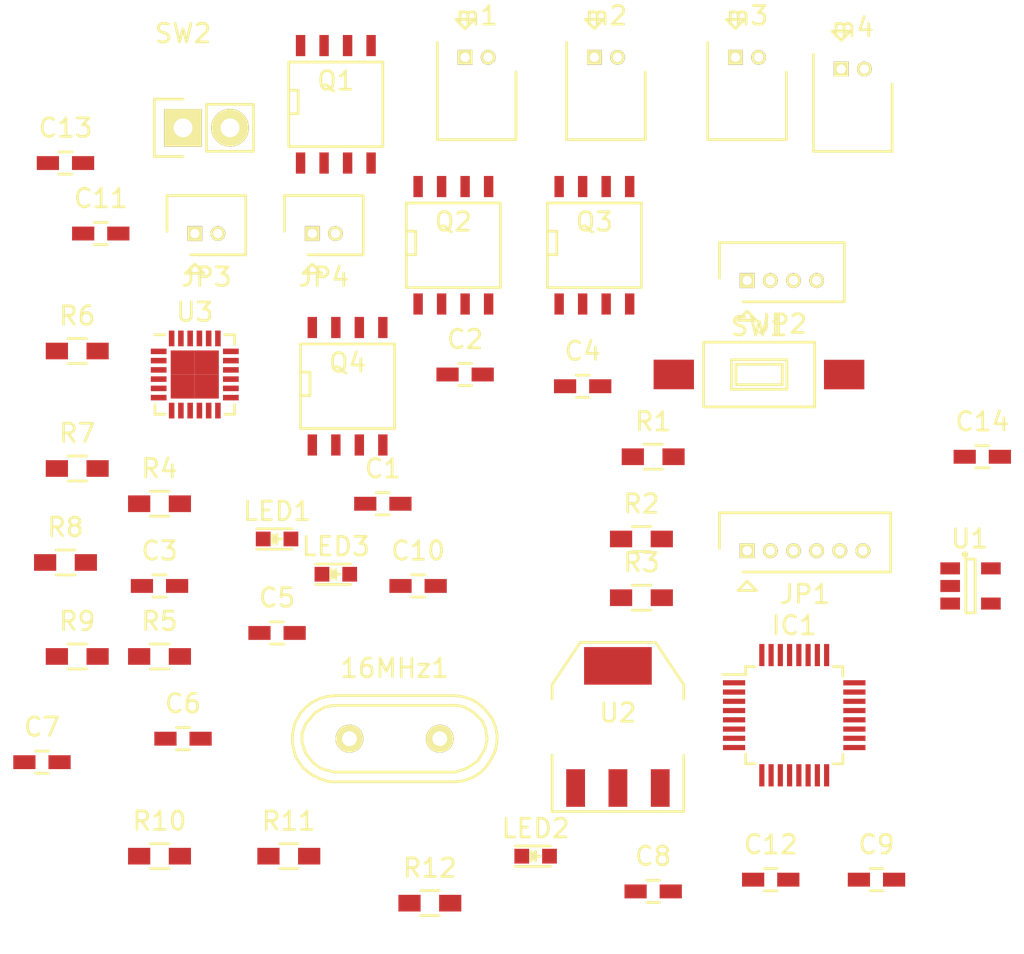
<source format=kicad_pcb>
(kicad_pcb (version 4) (host pcbnew 4.0.4+e1-6308~48~ubuntu16.04.1-stable)

  (general
    (links 126)
    (no_connects 126)
    (area 0 0 0 0)
    (thickness 1.6)
    (drawings 0)
    (tracks 0)
    (zones 0)
    (modules 48)
    (nets 57)
  )

  (page A4)
  (layers
    (0 F.Cu signal)
    (31 B.Cu signal)
    (32 B.Adhes user)
    (33 F.Adhes user)
    (34 B.Paste user)
    (35 F.Paste user)
    (36 B.SilkS user)
    (37 F.SilkS user)
    (38 B.Mask user)
    (39 F.Mask user)
    (40 Dwgs.User user)
    (41 Cmts.User user)
    (42 Eco1.User user)
    (43 Eco2.User user)
    (44 Edge.Cuts user)
    (45 Margin user)
    (46 B.CrtYd user)
    (47 F.CrtYd user)
    (48 B.Fab user)
    (49 F.Fab user)
  )

  (setup
    (last_trace_width 0.25)
    (trace_clearance 0.2)
    (zone_clearance 0.508)
    (zone_45_only no)
    (trace_min 0.2)
    (segment_width 0.2)
    (edge_width 0.1)
    (via_size 0.6)
    (via_drill 0.4)
    (via_min_size 0.4)
    (via_min_drill 0.3)
    (uvia_size 0.3)
    (uvia_drill 0.1)
    (uvias_allowed no)
    (uvia_min_size 0.2)
    (uvia_min_drill 0.1)
    (pcb_text_width 0.3)
    (pcb_text_size 1.5 1.5)
    (mod_edge_width 0.15)
    (mod_text_size 1 1)
    (mod_text_width 0.15)
    (pad_size 1.5 1.5)
    (pad_drill 0.6)
    (pad_to_mask_clearance 0)
    (aux_axis_origin 0 0)
    (visible_elements FFFFFF7F)
    (pcbplotparams
      (layerselection 0x00030_80000001)
      (usegerberextensions false)
      (excludeedgelayer true)
      (linewidth 0.100000)
      (plotframeref false)
      (viasonmask false)
      (mode 1)
      (useauxorigin false)
      (hpglpennumber 1)
      (hpglpenspeed 20)
      (hpglpendiameter 15)
      (hpglpenoverlay 2)
      (psnegative false)
      (psa4output false)
      (plotreference true)
      (plotvalue true)
      (plotinvisibletext false)
      (padsonsilk false)
      (subtractmaskfromsilk false)
      (outputformat 1)
      (mirror false)
      (drillshape 1)
      (scaleselection 1)
      (outputdirectory ""))
  )

  (net 0 "")
  (net 1 "Net-(16MHz1-Pad1)")
  (net 2 "Net-(16MHz1-Pad2)")
  (net 3 RAW)
  (net 4 GND)
  (net 5 VCC)
  (net 6 DTR)
  (net 7 "Net-(C3-Pad2)")
  (net 8 "Net-(C6-Pad1)")
  (net 9 "Net-(C9-Pad1)")
  (net 10 +3V3)
  (net 11 "Net-(C12-Pad1)")
  (net 12 PWM01)
  (net 13 "Net-(IC1-Pad2)")
  (net 14 PWM02)
  (net 15 PWM03)
  (net 16 "Net-(IC1-Pad11)")
  (net 17 "Net-(IC1-Pad12)")
  (net 18 PWM04)
  (net 19 "Net-(IC1-Pad14)")
  (net 20 "Net-(IC1-Pad15)")
  (net 21 "Net-(IC1-Pad16)")
  (net 22 "Net-(IC1-Pad17)")
  (net 23 "Net-(IC1-Pad19)")
  (net 24 "Net-(IC1-Pad22)")
  (net 25 FoldSW)
  (net 26 "Net-(IC1-Pad24)")
  (net 27 "Net-(IC1-Pad25)")
  (net 28 "Net-(IC1-Pad26)")
  (net 29 SDA)
  (net 30 SCL)
  (net 31 RXD)
  (net 32 TXD)
  (net 33 INT)
  (net 34 "Net-(JP3-Pad2)")
  (net 35 "Net-(LED1-Pad1)")
  (net 36 "Net-(LED2-Pad2)")
  (net 37 "Net-(LED3-Pad2)")
  (net 38 "Net-(Q1-Pad5)")
  (net 39 "Net-(Q2-Pad5)")
  (net 40 "Net-(Q3-Pad5)")
  (net 41 "Net-(Q4-Pad5)")
  (net 42 "Net-(R12-Pad2)")
  (net 43 "Net-(U1-Pad4)")
  (net 44 "Net-(U3-Pad2)")
  (net 45 "Net-(U3-Pad3)")
  (net 46 "Net-(U3-Pad4)")
  (net 47 "Net-(U3-Pad5)")
  (net 48 "Net-(U3-Pad6)")
  (net 49 "Net-(U3-Pad7)")
  (net 50 "Net-(U3-Pad14)")
  (net 51 "Net-(U3-Pad15)")
  (net 52 "Net-(U3-Pad16)")
  (net 53 "Net-(U3-Pad17)")
  (net 54 "Net-(U3-Pad19)")
  (net 55 "Net-(U3-Pad21)")
  (net 56 "Net-(U3-Pad22)")

  (net_class Default "This is the default net class."
    (clearance 0.2)
    (trace_width 0.25)
    (via_dia 0.6)
    (via_drill 0.4)
    (uvia_dia 0.3)
    (uvia_drill 0.1)
    (add_net +3V3)
    (add_net DTR)
    (add_net FoldSW)
    (add_net GND)
    (add_net INT)
    (add_net "Net-(16MHz1-Pad1)")
    (add_net "Net-(16MHz1-Pad2)")
    (add_net "Net-(C12-Pad1)")
    (add_net "Net-(C3-Pad2)")
    (add_net "Net-(C6-Pad1)")
    (add_net "Net-(C9-Pad1)")
    (add_net "Net-(IC1-Pad11)")
    (add_net "Net-(IC1-Pad12)")
    (add_net "Net-(IC1-Pad14)")
    (add_net "Net-(IC1-Pad15)")
    (add_net "Net-(IC1-Pad16)")
    (add_net "Net-(IC1-Pad17)")
    (add_net "Net-(IC1-Pad19)")
    (add_net "Net-(IC1-Pad2)")
    (add_net "Net-(IC1-Pad22)")
    (add_net "Net-(IC1-Pad24)")
    (add_net "Net-(IC1-Pad25)")
    (add_net "Net-(IC1-Pad26)")
    (add_net "Net-(JP3-Pad2)")
    (add_net "Net-(LED1-Pad1)")
    (add_net "Net-(LED2-Pad2)")
    (add_net "Net-(LED3-Pad2)")
    (add_net "Net-(Q1-Pad5)")
    (add_net "Net-(Q2-Pad5)")
    (add_net "Net-(Q3-Pad5)")
    (add_net "Net-(Q4-Pad5)")
    (add_net "Net-(R12-Pad2)")
    (add_net "Net-(U1-Pad4)")
    (add_net "Net-(U3-Pad14)")
    (add_net "Net-(U3-Pad15)")
    (add_net "Net-(U3-Pad16)")
    (add_net "Net-(U3-Pad17)")
    (add_net "Net-(U3-Pad19)")
    (add_net "Net-(U3-Pad2)")
    (add_net "Net-(U3-Pad21)")
    (add_net "Net-(U3-Pad22)")
    (add_net "Net-(U3-Pad3)")
    (add_net "Net-(U3-Pad4)")
    (add_net "Net-(U3-Pad5)")
    (add_net "Net-(U3-Pad6)")
    (add_net "Net-(U3-Pad7)")
    (add_net PWM01)
    (add_net PWM02)
    (add_net PWM03)
    (add_net PWM04)
    (add_net RAW)
    (add_net RXD)
    (add_net SCL)
    (add_net SDA)
    (add_net TXD)
    (add_net VCC)
  )

  (module Crystals:Crystal_HC49-U_Vertical (layer F.Cu) (tedit 0) (tstamp 57CF857C)
    (at 141.605 116.84)
    (descr "Crystal Quarz HC49/U vertical stehend")
    (tags "Crystal Quarz HC49/U vertical stehend")
    (path /57C06E3D)
    (fp_text reference 16MHz1 (at 0 -3.81) (layer F.SilkS)
      (effects (font (size 1 1) (thickness 0.15)))
    )
    (fp_text value Crystal (at 0 3.81) (layer F.Fab)
      (effects (font (size 1 1) (thickness 0.15)))
    )
    (fp_line (start 4.699 -1.00076) (end 4.89966 -0.59944) (layer F.SilkS) (width 0.15))
    (fp_line (start 4.89966 -0.59944) (end 5.00126 0) (layer F.SilkS) (width 0.15))
    (fp_line (start 5.00126 0) (end 4.89966 0.50038) (layer F.SilkS) (width 0.15))
    (fp_line (start 4.89966 0.50038) (end 4.50088 1.19888) (layer F.SilkS) (width 0.15))
    (fp_line (start 4.50088 1.19888) (end 3.8989 1.6002) (layer F.SilkS) (width 0.15))
    (fp_line (start 3.8989 1.6002) (end 3.29946 1.80086) (layer F.SilkS) (width 0.15))
    (fp_line (start 3.29946 1.80086) (end -3.29946 1.80086) (layer F.SilkS) (width 0.15))
    (fp_line (start -3.29946 1.80086) (end -4.0005 1.6002) (layer F.SilkS) (width 0.15))
    (fp_line (start -4.0005 1.6002) (end -4.39928 1.30048) (layer F.SilkS) (width 0.15))
    (fp_line (start -4.39928 1.30048) (end -4.8006 0.8001) (layer F.SilkS) (width 0.15))
    (fp_line (start -4.8006 0.8001) (end -5.00126 0.20066) (layer F.SilkS) (width 0.15))
    (fp_line (start -5.00126 0.20066) (end -5.00126 -0.29972) (layer F.SilkS) (width 0.15))
    (fp_line (start -5.00126 -0.29972) (end -4.8006 -0.8001) (layer F.SilkS) (width 0.15))
    (fp_line (start -4.8006 -0.8001) (end -4.30022 -1.39954) (layer F.SilkS) (width 0.15))
    (fp_line (start -4.30022 -1.39954) (end -3.79984 -1.69926) (layer F.SilkS) (width 0.15))
    (fp_line (start -3.79984 -1.69926) (end -3.29946 -1.80086) (layer F.SilkS) (width 0.15))
    (fp_line (start -3.2004 -1.80086) (end 3.40106 -1.80086) (layer F.SilkS) (width 0.15))
    (fp_line (start 3.40106 -1.80086) (end 3.79984 -1.69926) (layer F.SilkS) (width 0.15))
    (fp_line (start 3.79984 -1.69926) (end 4.30022 -1.39954) (layer F.SilkS) (width 0.15))
    (fp_line (start 4.30022 -1.39954) (end 4.8006 -0.89916) (layer F.SilkS) (width 0.15))
    (fp_line (start -3.19024 -2.32918) (end -3.64998 -2.28092) (layer F.SilkS) (width 0.15))
    (fp_line (start -3.64998 -2.28092) (end -4.04876 -2.16916) (layer F.SilkS) (width 0.15))
    (fp_line (start -4.04876 -2.16916) (end -4.48056 -1.95072) (layer F.SilkS) (width 0.15))
    (fp_line (start -4.48056 -1.95072) (end -4.77012 -1.71958) (layer F.SilkS) (width 0.15))
    (fp_line (start -4.77012 -1.71958) (end -5.10032 -1.36906) (layer F.SilkS) (width 0.15))
    (fp_line (start -5.10032 -1.36906) (end -5.38988 -0.83058) (layer F.SilkS) (width 0.15))
    (fp_line (start -5.38988 -0.83058) (end -5.51942 -0.23114) (layer F.SilkS) (width 0.15))
    (fp_line (start -5.51942 -0.23114) (end -5.51942 0.2794) (layer F.SilkS) (width 0.15))
    (fp_line (start -5.51942 0.2794) (end -5.34924 0.98044) (layer F.SilkS) (width 0.15))
    (fp_line (start -5.34924 0.98044) (end -4.95046 1.56972) (layer F.SilkS) (width 0.15))
    (fp_line (start -4.95046 1.56972) (end -4.49072 1.94056) (layer F.SilkS) (width 0.15))
    (fp_line (start -4.49072 1.94056) (end -4.06908 2.14884) (layer F.SilkS) (width 0.15))
    (fp_line (start -4.06908 2.14884) (end -3.6195 2.30886) (layer F.SilkS) (width 0.15))
    (fp_line (start -3.6195 2.30886) (end -3.18008 2.33934) (layer F.SilkS) (width 0.15))
    (fp_line (start 4.16052 2.1209) (end 4.53898 1.89992) (layer F.SilkS) (width 0.15))
    (fp_line (start 4.53898 1.89992) (end 4.85902 1.62052) (layer F.SilkS) (width 0.15))
    (fp_line (start 4.85902 1.62052) (end 5.11048 1.29032) (layer F.SilkS) (width 0.15))
    (fp_line (start 5.11048 1.29032) (end 5.4102 0.73914) (layer F.SilkS) (width 0.15))
    (fp_line (start 5.4102 0.73914) (end 5.51942 0.26924) (layer F.SilkS) (width 0.15))
    (fp_line (start 5.51942 0.26924) (end 5.53974 -0.1905) (layer F.SilkS) (width 0.15))
    (fp_line (start 5.53974 -0.1905) (end 5.45084 -0.65024) (layer F.SilkS) (width 0.15))
    (fp_line (start 5.45084 -0.65024) (end 5.26034 -1.09982) (layer F.SilkS) (width 0.15))
    (fp_line (start 5.26034 -1.09982) (end 4.89966 -1.56972) (layer F.SilkS) (width 0.15))
    (fp_line (start 4.89966 -1.56972) (end 4.54914 -1.88976) (layer F.SilkS) (width 0.15))
    (fp_line (start 4.54914 -1.88976) (end 4.16052 -2.1209) (layer F.SilkS) (width 0.15))
    (fp_line (start 4.16052 -2.1209) (end 3.73126 -2.2606) (layer F.SilkS) (width 0.15))
    (fp_line (start 3.73126 -2.2606) (end 3.2893 -2.32918) (layer F.SilkS) (width 0.15))
    (fp_line (start -3.2004 2.32918) (end 3.2512 2.32918) (layer F.SilkS) (width 0.15))
    (fp_line (start 3.2512 2.32918) (end 3.6703 2.29108) (layer F.SilkS) (width 0.15))
    (fp_line (start 3.6703 2.29108) (end 4.16052 2.1209) (layer F.SilkS) (width 0.15))
    (fp_line (start -3.2004 -2.32918) (end 3.2512 -2.32918) (layer F.SilkS) (width 0.15))
    (pad 1 thru_hole circle (at -2.44094 0) (size 1.50114 1.50114) (drill 0.8001) (layers *.Cu *.Mask F.SilkS)
      (net 1 "Net-(16MHz1-Pad1)"))
    (pad 2 thru_hole circle (at 2.44094 0) (size 1.50114 1.50114) (drill 0.8001) (layers *.Cu *.Mask F.SilkS)
      (net 2 "Net-(16MHz1-Pad2)"))
  )

  (module Capacitors_SMD:C_0603_HandSoldering (layer F.Cu) (tedit 541A9B4D) (tstamp 57CF8582)
    (at 140.97 104.14)
    (descr "Capacitor SMD 0603, hand soldering")
    (tags "capacitor 0603")
    (path /57C003B3)
    (attr smd)
    (fp_text reference C1 (at 0 -1.9) (layer F.SilkS)
      (effects (font (size 1 1) (thickness 0.15)))
    )
    (fp_text value 10μF (at 0 1.9) (layer F.Fab)
      (effects (font (size 1 1) (thickness 0.15)))
    )
    (fp_line (start -1.85 -0.75) (end 1.85 -0.75) (layer F.CrtYd) (width 0.05))
    (fp_line (start -1.85 0.75) (end 1.85 0.75) (layer F.CrtYd) (width 0.05))
    (fp_line (start -1.85 -0.75) (end -1.85 0.75) (layer F.CrtYd) (width 0.05))
    (fp_line (start 1.85 -0.75) (end 1.85 0.75) (layer F.CrtYd) (width 0.05))
    (fp_line (start -0.35 -0.6) (end 0.35 -0.6) (layer F.SilkS) (width 0.15))
    (fp_line (start 0.35 0.6) (end -0.35 0.6) (layer F.SilkS) (width 0.15))
    (pad 1 smd rect (at -0.95 0) (size 1.2 0.75) (layers F.Cu F.Paste F.Mask)
      (net 3 RAW))
    (pad 2 smd rect (at 0.95 0) (size 1.2 0.75) (layers F.Cu F.Paste F.Mask)
      (net 4 GND))
    (model Capacitors_SMD.3dshapes/C_0603_HandSoldering.wrl
      (at (xyz 0 0 0))
      (scale (xyz 1 1 1))
      (rotate (xyz 0 0 0))
    )
  )

  (module Capacitors_SMD:C_0603_HandSoldering (layer F.Cu) (tedit 541A9B4D) (tstamp 57CF8588)
    (at 145.415 97.155)
    (descr "Capacitor SMD 0603, hand soldering")
    (tags "capacitor 0603")
    (path /57C00546)
    (attr smd)
    (fp_text reference C2 (at 0 -1.9) (layer F.SilkS)
      (effects (font (size 1 1) (thickness 0.15)))
    )
    (fp_text value 1μF (at 0 1.9) (layer F.Fab)
      (effects (font (size 1 1) (thickness 0.15)))
    )
    (fp_line (start -1.85 -0.75) (end 1.85 -0.75) (layer F.CrtYd) (width 0.05))
    (fp_line (start -1.85 0.75) (end 1.85 0.75) (layer F.CrtYd) (width 0.05))
    (fp_line (start -1.85 -0.75) (end -1.85 0.75) (layer F.CrtYd) (width 0.05))
    (fp_line (start 1.85 -0.75) (end 1.85 0.75) (layer F.CrtYd) (width 0.05))
    (fp_line (start -0.35 -0.6) (end 0.35 -0.6) (layer F.SilkS) (width 0.15))
    (fp_line (start 0.35 0.6) (end -0.35 0.6) (layer F.SilkS) (width 0.15))
    (pad 1 smd rect (at -0.95 0) (size 1.2 0.75) (layers F.Cu F.Paste F.Mask)
      (net 5 VCC))
    (pad 2 smd rect (at 0.95 0) (size 1.2 0.75) (layers F.Cu F.Paste F.Mask)
      (net 4 GND))
    (model Capacitors_SMD.3dshapes/C_0603_HandSoldering.wrl
      (at (xyz 0 0 0))
      (scale (xyz 1 1 1))
      (rotate (xyz 0 0 0))
    )
  )

  (module Capacitors_SMD:C_0603_HandSoldering (layer F.Cu) (tedit 541A9B4D) (tstamp 57CF858E)
    (at 128.905 108.585)
    (descr "Capacitor SMD 0603, hand soldering")
    (tags "capacitor 0603")
    (path /57C038D1)
    (attr smd)
    (fp_text reference C3 (at 0 -1.9) (layer F.SilkS)
      (effects (font (size 1 1) (thickness 0.15)))
    )
    (fp_text value 0.1μF (at 0 1.9) (layer F.Fab)
      (effects (font (size 1 1) (thickness 0.15)))
    )
    (fp_line (start -1.85 -0.75) (end 1.85 -0.75) (layer F.CrtYd) (width 0.05))
    (fp_line (start -1.85 0.75) (end 1.85 0.75) (layer F.CrtYd) (width 0.05))
    (fp_line (start -1.85 -0.75) (end -1.85 0.75) (layer F.CrtYd) (width 0.05))
    (fp_line (start 1.85 -0.75) (end 1.85 0.75) (layer F.CrtYd) (width 0.05))
    (fp_line (start -0.35 -0.6) (end 0.35 -0.6) (layer F.SilkS) (width 0.15))
    (fp_line (start 0.35 0.6) (end -0.35 0.6) (layer F.SilkS) (width 0.15))
    (pad 1 smd rect (at -0.95 0) (size 1.2 0.75) (layers F.Cu F.Paste F.Mask)
      (net 6 DTR))
    (pad 2 smd rect (at 0.95 0) (size 1.2 0.75) (layers F.Cu F.Paste F.Mask)
      (net 7 "Net-(C3-Pad2)"))
    (model Capacitors_SMD.3dshapes/C_0603_HandSoldering.wrl
      (at (xyz 0 0 0))
      (scale (xyz 1 1 1))
      (rotate (xyz 0 0 0))
    )
  )

  (module Capacitors_SMD:C_0603_HandSoldering (layer F.Cu) (tedit 541A9B4D) (tstamp 57CF8594)
    (at 151.765 97.79)
    (descr "Capacitor SMD 0603, hand soldering")
    (tags "capacitor 0603")
    (path /57C097AC)
    (attr smd)
    (fp_text reference C4 (at 0 -1.9) (layer F.SilkS)
      (effects (font (size 1 1) (thickness 0.15)))
    )
    (fp_text value 22pF (at 0 1.9) (layer F.Fab)
      (effects (font (size 1 1) (thickness 0.15)))
    )
    (fp_line (start -1.85 -0.75) (end 1.85 -0.75) (layer F.CrtYd) (width 0.05))
    (fp_line (start -1.85 0.75) (end 1.85 0.75) (layer F.CrtYd) (width 0.05))
    (fp_line (start -1.85 -0.75) (end -1.85 0.75) (layer F.CrtYd) (width 0.05))
    (fp_line (start 1.85 -0.75) (end 1.85 0.75) (layer F.CrtYd) (width 0.05))
    (fp_line (start -0.35 -0.6) (end 0.35 -0.6) (layer F.SilkS) (width 0.15))
    (fp_line (start 0.35 0.6) (end -0.35 0.6) (layer F.SilkS) (width 0.15))
    (pad 1 smd rect (at -0.95 0) (size 1.2 0.75) (layers F.Cu F.Paste F.Mask)
      (net 4 GND))
    (pad 2 smd rect (at 0.95 0) (size 1.2 0.75) (layers F.Cu F.Paste F.Mask)
      (net 1 "Net-(16MHz1-Pad1)"))
    (model Capacitors_SMD.3dshapes/C_0603_HandSoldering.wrl
      (at (xyz 0 0 0))
      (scale (xyz 1 1 1))
      (rotate (xyz 0 0 0))
    )
  )

  (module Capacitors_SMD:C_0603_HandSoldering (layer F.Cu) (tedit 541A9B4D) (tstamp 57CF859A)
    (at 135.255 111.125)
    (descr "Capacitor SMD 0603, hand soldering")
    (tags "capacitor 0603")
    (path /57C09C3A)
    (attr smd)
    (fp_text reference C5 (at 0 -1.9) (layer F.SilkS)
      (effects (font (size 1 1) (thickness 0.15)))
    )
    (fp_text value 22pF (at 0 1.9) (layer F.Fab)
      (effects (font (size 1 1) (thickness 0.15)))
    )
    (fp_line (start -1.85 -0.75) (end 1.85 -0.75) (layer F.CrtYd) (width 0.05))
    (fp_line (start -1.85 0.75) (end 1.85 0.75) (layer F.CrtYd) (width 0.05))
    (fp_line (start -1.85 -0.75) (end -1.85 0.75) (layer F.CrtYd) (width 0.05))
    (fp_line (start 1.85 -0.75) (end 1.85 0.75) (layer F.CrtYd) (width 0.05))
    (fp_line (start -0.35 -0.6) (end 0.35 -0.6) (layer F.SilkS) (width 0.15))
    (fp_line (start 0.35 0.6) (end -0.35 0.6) (layer F.SilkS) (width 0.15))
    (pad 1 smd rect (at -0.95 0) (size 1.2 0.75) (layers F.Cu F.Paste F.Mask)
      (net 4 GND))
    (pad 2 smd rect (at 0.95 0) (size 1.2 0.75) (layers F.Cu F.Paste F.Mask)
      (net 2 "Net-(16MHz1-Pad2)"))
    (model Capacitors_SMD.3dshapes/C_0603_HandSoldering.wrl
      (at (xyz 0 0 0))
      (scale (xyz 1 1 1))
      (rotate (xyz 0 0 0))
    )
  )

  (module Capacitors_SMD:C_0603_HandSoldering (layer F.Cu) (tedit 541A9B4D) (tstamp 57CF85A0)
    (at 130.175 116.84)
    (descr "Capacitor SMD 0603, hand soldering")
    (tags "capacitor 0603")
    (path /57C0BC8D)
    (attr smd)
    (fp_text reference C6 (at 0 -1.9) (layer F.SilkS)
      (effects (font (size 1 1) (thickness 0.15)))
    )
    (fp_text value 0.1μF (at 0 1.9) (layer F.Fab)
      (effects (font (size 1 1) (thickness 0.15)))
    )
    (fp_line (start -1.85 -0.75) (end 1.85 -0.75) (layer F.CrtYd) (width 0.05))
    (fp_line (start -1.85 0.75) (end 1.85 0.75) (layer F.CrtYd) (width 0.05))
    (fp_line (start -1.85 -0.75) (end -1.85 0.75) (layer F.CrtYd) (width 0.05))
    (fp_line (start 1.85 -0.75) (end 1.85 0.75) (layer F.CrtYd) (width 0.05))
    (fp_line (start -0.35 -0.6) (end 0.35 -0.6) (layer F.SilkS) (width 0.15))
    (fp_line (start 0.35 0.6) (end -0.35 0.6) (layer F.SilkS) (width 0.15))
    (pad 1 smd rect (at -0.95 0) (size 1.2 0.75) (layers F.Cu F.Paste F.Mask)
      (net 8 "Net-(C6-Pad1)"))
    (pad 2 smd rect (at 0.95 0) (size 1.2 0.75) (layers F.Cu F.Paste F.Mask)
      (net 4 GND))
    (model Capacitors_SMD.3dshapes/C_0603_HandSoldering.wrl
      (at (xyz 0 0 0))
      (scale (xyz 1 1 1))
      (rotate (xyz 0 0 0))
    )
  )

  (module Capacitors_SMD:C_0603_HandSoldering (layer F.Cu) (tedit 541A9B4D) (tstamp 57CF85A6)
    (at 122.555 118.11)
    (descr "Capacitor SMD 0603, hand soldering")
    (tags "capacitor 0603")
    (path /57C0DB31)
    (attr smd)
    (fp_text reference C7 (at 0 -1.9) (layer F.SilkS)
      (effects (font (size 1 1) (thickness 0.15)))
    )
    (fp_text value 0.1μF (at 0 1.9) (layer F.Fab)
      (effects (font (size 1 1) (thickness 0.15)))
    )
    (fp_line (start -1.85 -0.75) (end 1.85 -0.75) (layer F.CrtYd) (width 0.05))
    (fp_line (start -1.85 0.75) (end 1.85 0.75) (layer F.CrtYd) (width 0.05))
    (fp_line (start -1.85 -0.75) (end -1.85 0.75) (layer F.CrtYd) (width 0.05))
    (fp_line (start 1.85 -0.75) (end 1.85 0.75) (layer F.CrtYd) (width 0.05))
    (fp_line (start -0.35 -0.6) (end 0.35 -0.6) (layer F.SilkS) (width 0.15))
    (fp_line (start 0.35 0.6) (end -0.35 0.6) (layer F.SilkS) (width 0.15))
    (pad 1 smd rect (at -0.95 0) (size 1.2 0.75) (layers F.Cu F.Paste F.Mask)
      (net 5 VCC))
    (pad 2 smd rect (at 0.95 0) (size 1.2 0.75) (layers F.Cu F.Paste F.Mask)
      (net 4 GND))
    (model Capacitors_SMD.3dshapes/C_0603_HandSoldering.wrl
      (at (xyz 0 0 0))
      (scale (xyz 1 1 1))
      (rotate (xyz 0 0 0))
    )
  )

  (module Capacitors_SMD:C_0603_HandSoldering (layer F.Cu) (tedit 541A9B4D) (tstamp 57CF85AC)
    (at 155.575 125.095)
    (descr "Capacitor SMD 0603, hand soldering")
    (tags "capacitor 0603")
    (path /57CC5A4D)
    (attr smd)
    (fp_text reference C8 (at 0 -1.9) (layer F.SilkS)
      (effects (font (size 1 1) (thickness 0.15)))
    )
    (fp_text value 4.7μF (at 0 1.9) (layer F.Fab)
      (effects (font (size 1 1) (thickness 0.15)))
    )
    (fp_line (start -1.85 -0.75) (end 1.85 -0.75) (layer F.CrtYd) (width 0.05))
    (fp_line (start -1.85 0.75) (end 1.85 0.75) (layer F.CrtYd) (width 0.05))
    (fp_line (start -1.85 -0.75) (end -1.85 0.75) (layer F.CrtYd) (width 0.05))
    (fp_line (start 1.85 -0.75) (end 1.85 0.75) (layer F.CrtYd) (width 0.05))
    (fp_line (start -0.35 -0.6) (end 0.35 -0.6) (layer F.SilkS) (width 0.15))
    (fp_line (start 0.35 0.6) (end -0.35 0.6) (layer F.SilkS) (width 0.15))
    (pad 1 smd rect (at -0.95 0) (size 1.2 0.75) (layers F.Cu F.Paste F.Mask)
      (net 5 VCC))
    (pad 2 smd rect (at 0.95 0) (size 1.2 0.75) (layers F.Cu F.Paste F.Mask)
      (net 4 GND))
    (model Capacitors_SMD.3dshapes/C_0603_HandSoldering.wrl
      (at (xyz 0 0 0))
      (scale (xyz 1 1 1))
      (rotate (xyz 0 0 0))
    )
  )

  (module Capacitors_SMD:C_0603_HandSoldering (layer F.Cu) (tedit 541A9B4D) (tstamp 57CF85B2)
    (at 167.64 124.46)
    (descr "Capacitor SMD 0603, hand soldering")
    (tags "capacitor 0603")
    (path /57D01B70)
    (attr smd)
    (fp_text reference C9 (at 0 -1.9) (layer F.SilkS)
      (effects (font (size 1 1) (thickness 0.15)))
    )
    (fp_text value 2200pF (at 0 1.9) (layer F.Fab)
      (effects (font (size 1 1) (thickness 0.15)))
    )
    (fp_line (start -1.85 -0.75) (end 1.85 -0.75) (layer F.CrtYd) (width 0.05))
    (fp_line (start -1.85 0.75) (end 1.85 0.75) (layer F.CrtYd) (width 0.05))
    (fp_line (start -1.85 -0.75) (end -1.85 0.75) (layer F.CrtYd) (width 0.05))
    (fp_line (start 1.85 -0.75) (end 1.85 0.75) (layer F.CrtYd) (width 0.05))
    (fp_line (start -0.35 -0.6) (end 0.35 -0.6) (layer F.SilkS) (width 0.15))
    (fp_line (start 0.35 0.6) (end -0.35 0.6) (layer F.SilkS) (width 0.15))
    (pad 1 smd rect (at -0.95 0) (size 1.2 0.75) (layers F.Cu F.Paste F.Mask)
      (net 9 "Net-(C9-Pad1)"))
    (pad 2 smd rect (at 0.95 0) (size 1.2 0.75) (layers F.Cu F.Paste F.Mask)
      (net 4 GND))
    (model Capacitors_SMD.3dshapes/C_0603_HandSoldering.wrl
      (at (xyz 0 0 0))
      (scale (xyz 1 1 1))
      (rotate (xyz 0 0 0))
    )
  )

  (module Capacitors_SMD:C_0603_HandSoldering (layer F.Cu) (tedit 541A9B4D) (tstamp 57CF85B8)
    (at 142.875 108.585)
    (descr "Capacitor SMD 0603, hand soldering")
    (tags "capacitor 0603")
    (path /57CCFB3A)
    (attr smd)
    (fp_text reference C10 (at 0 -1.9) (layer F.SilkS)
      (effects (font (size 1 1) (thickness 0.15)))
    )
    (fp_text value 10μF (at 0 1.9) (layer F.Fab)
      (effects (font (size 1 1) (thickness 0.15)))
    )
    (fp_line (start -1.85 -0.75) (end 1.85 -0.75) (layer F.CrtYd) (width 0.05))
    (fp_line (start -1.85 0.75) (end 1.85 0.75) (layer F.CrtYd) (width 0.05))
    (fp_line (start -1.85 -0.75) (end -1.85 0.75) (layer F.CrtYd) (width 0.05))
    (fp_line (start 1.85 -0.75) (end 1.85 0.75) (layer F.CrtYd) (width 0.05))
    (fp_line (start -0.35 -0.6) (end 0.35 -0.6) (layer F.SilkS) (width 0.15))
    (fp_line (start 0.35 0.6) (end -0.35 0.6) (layer F.SilkS) (width 0.15))
    (pad 1 smd rect (at -0.95 0) (size 1.2 0.75) (layers F.Cu F.Paste F.Mask)
      (net 10 +3V3))
    (pad 2 smd rect (at 0.95 0) (size 1.2 0.75) (layers F.Cu F.Paste F.Mask)
      (net 4 GND))
    (model Capacitors_SMD.3dshapes/C_0603_HandSoldering.wrl
      (at (xyz 0 0 0))
      (scale (xyz 1 1 1))
      (rotate (xyz 0 0 0))
    )
  )

  (module Capacitors_SMD:C_0603_HandSoldering (layer F.Cu) (tedit 541A9B4D) (tstamp 57CF85BE)
    (at 125.73 89.535)
    (descr "Capacitor SMD 0603, hand soldering")
    (tags "capacitor 0603")
    (path /57CE70F3)
    (attr smd)
    (fp_text reference C11 (at 0 -1.9) (layer F.SilkS)
      (effects (font (size 1 1) (thickness 0.15)))
    )
    (fp_text value 0.01μF (at 0 1.9) (layer F.Fab)
      (effects (font (size 1 1) (thickness 0.15)))
    )
    (fp_line (start -1.85 -0.75) (end 1.85 -0.75) (layer F.CrtYd) (width 0.05))
    (fp_line (start -1.85 0.75) (end 1.85 0.75) (layer F.CrtYd) (width 0.05))
    (fp_line (start -1.85 -0.75) (end -1.85 0.75) (layer F.CrtYd) (width 0.05))
    (fp_line (start 1.85 -0.75) (end 1.85 0.75) (layer F.CrtYd) (width 0.05))
    (fp_line (start -0.35 -0.6) (end 0.35 -0.6) (layer F.SilkS) (width 0.15))
    (fp_line (start 0.35 0.6) (end -0.35 0.6) (layer F.SilkS) (width 0.15))
    (pad 1 smd rect (at -0.95 0) (size 1.2 0.75) (layers F.Cu F.Paste F.Mask)
      (net 10 +3V3))
    (pad 2 smd rect (at 0.95 0) (size 1.2 0.75) (layers F.Cu F.Paste F.Mask)
      (net 4 GND))
    (model Capacitors_SMD.3dshapes/C_0603_HandSoldering.wrl
      (at (xyz 0 0 0))
      (scale (xyz 1 1 1))
      (rotate (xyz 0 0 0))
    )
  )

  (module Capacitors_SMD:C_0603_HandSoldering (layer F.Cu) (tedit 541A9B4D) (tstamp 57CF85C4)
    (at 161.925 124.46)
    (descr "Capacitor SMD 0603, hand soldering")
    (tags "capacitor 0603")
    (path /57CF0D15)
    (attr smd)
    (fp_text reference C12 (at 0 -1.9) (layer F.SilkS)
      (effects (font (size 1 1) (thickness 0.15)))
    )
    (fp_text value 0.1μF (at 0 1.9) (layer F.Fab)
      (effects (font (size 1 1) (thickness 0.15)))
    )
    (fp_line (start -1.85 -0.75) (end 1.85 -0.75) (layer F.CrtYd) (width 0.05))
    (fp_line (start -1.85 0.75) (end 1.85 0.75) (layer F.CrtYd) (width 0.05))
    (fp_line (start -1.85 -0.75) (end -1.85 0.75) (layer F.CrtYd) (width 0.05))
    (fp_line (start 1.85 -0.75) (end 1.85 0.75) (layer F.CrtYd) (width 0.05))
    (fp_line (start -0.35 -0.6) (end 0.35 -0.6) (layer F.SilkS) (width 0.15))
    (fp_line (start 0.35 0.6) (end -0.35 0.6) (layer F.SilkS) (width 0.15))
    (pad 1 smd rect (at -0.95 0) (size 1.2 0.75) (layers F.Cu F.Paste F.Mask)
      (net 11 "Net-(C12-Pad1)"))
    (pad 2 smd rect (at 0.95 0) (size 1.2 0.75) (layers F.Cu F.Paste F.Mask)
      (net 4 GND))
    (model Capacitors_SMD.3dshapes/C_0603_HandSoldering.wrl
      (at (xyz 0 0 0))
      (scale (xyz 1 1 1))
      (rotate (xyz 0 0 0))
    )
  )

  (module Capacitors_SMD:C_0603_HandSoldering (layer F.Cu) (tedit 541A9B4D) (tstamp 57CF85CA)
    (at 123.825 85.725)
    (descr "Capacitor SMD 0603, hand soldering")
    (tags "capacitor 0603")
    (path /57CD3630)
    (attr smd)
    (fp_text reference C13 (at 0 -1.9) (layer F.SilkS)
      (effects (font (size 1 1) (thickness 0.15)))
    )
    (fp_text value 0.1μF (at 0 1.9) (layer F.Fab)
      (effects (font (size 1 1) (thickness 0.15)))
    )
    (fp_line (start -1.85 -0.75) (end 1.85 -0.75) (layer F.CrtYd) (width 0.05))
    (fp_line (start -1.85 0.75) (end 1.85 0.75) (layer F.CrtYd) (width 0.05))
    (fp_line (start -1.85 -0.75) (end -1.85 0.75) (layer F.CrtYd) (width 0.05))
    (fp_line (start 1.85 -0.75) (end 1.85 0.75) (layer F.CrtYd) (width 0.05))
    (fp_line (start -0.35 -0.6) (end 0.35 -0.6) (layer F.SilkS) (width 0.15))
    (fp_line (start 0.35 0.6) (end -0.35 0.6) (layer F.SilkS) (width 0.15))
    (pad 1 smd rect (at -0.95 0) (size 1.2 0.75) (layers F.Cu F.Paste F.Mask)
      (net 10 +3V3))
    (pad 2 smd rect (at 0.95 0) (size 1.2 0.75) (layers F.Cu F.Paste F.Mask)
      (net 4 GND))
    (model Capacitors_SMD.3dshapes/C_0603_HandSoldering.wrl
      (at (xyz 0 0 0))
      (scale (xyz 1 1 1))
      (rotate (xyz 0 0 0))
    )
  )

  (module Capacitors_SMD:C_0603_HandSoldering (layer F.Cu) (tedit 541A9B4D) (tstamp 57CF85D0)
    (at 173.355 101.6)
    (descr "Capacitor SMD 0603, hand soldering")
    (tags "capacitor 0603")
    (path /57D0E75B)
    (attr smd)
    (fp_text reference C14 (at 0 -1.9) (layer F.SilkS)
      (effects (font (size 1 1) (thickness 0.15)))
    )
    (fp_text value 0.1μF (at 0 1.9) (layer F.Fab)
      (effects (font (size 1 1) (thickness 0.15)))
    )
    (fp_line (start -1.85 -0.75) (end 1.85 -0.75) (layer F.CrtYd) (width 0.05))
    (fp_line (start -1.85 0.75) (end 1.85 0.75) (layer F.CrtYd) (width 0.05))
    (fp_line (start -1.85 -0.75) (end -1.85 0.75) (layer F.CrtYd) (width 0.05))
    (fp_line (start 1.85 -0.75) (end 1.85 0.75) (layer F.CrtYd) (width 0.05))
    (fp_line (start -0.35 -0.6) (end 0.35 -0.6) (layer F.SilkS) (width 0.15))
    (fp_line (start 0.35 0.6) (end -0.35 0.6) (layer F.SilkS) (width 0.15))
    (pad 1 smd rect (at -0.95 0) (size 1.2 0.75) (layers F.Cu F.Paste F.Mask)
      (net 10 +3V3))
    (pad 2 smd rect (at 0.95 0) (size 1.2 0.75) (layers F.Cu F.Paste F.Mask)
      (net 4 GND))
    (model Capacitors_SMD.3dshapes/C_0603_HandSoldering.wrl
      (at (xyz 0 0 0))
      (scale (xyz 1 1 1))
      (rotate (xyz 0 0 0))
    )
  )

  (module Housings_QFP:LQFP-32_5x5mm_Pitch0.5mm (layer F.Cu) (tedit 54130A77) (tstamp 57CF85F4)
    (at 163.195 115.57)
    (descr "LQFP32: plastic low profile quad flat package; 32 leads; body 5 x 5 x 1.4 mm (see NXP sot401-1_fr.pdf and sot401-1_po.pdf)")
    (tags "QFP 0.5")
    (path /57C104BE)
    (attr smd)
    (fp_text reference IC1 (at 0 -4.85) (layer F.SilkS)
      (effects (font (size 1 1) (thickness 0.15)))
    )
    (fp_text value ATMEGA328P-M (at 0 4.85) (layer F.Fab)
      (effects (font (size 1 1) (thickness 0.15)))
    )
    (fp_text user %R (at 0 0) (layer F.Fab)
      (effects (font (size 1 1) (thickness 0.15)))
    )
    (fp_line (start -1.5 -2.5) (end 2.5 -2.5) (layer F.Fab) (width 0.15))
    (fp_line (start 2.5 -2.5) (end 2.5 2.5) (layer F.Fab) (width 0.15))
    (fp_line (start 2.5 2.5) (end -2.5 2.5) (layer F.Fab) (width 0.15))
    (fp_line (start -2.5 2.5) (end -2.5 -1.5) (layer F.Fab) (width 0.15))
    (fp_line (start -2.5 -1.5) (end -1.5 -2.5) (layer F.Fab) (width 0.15))
    (fp_line (start -4.1 -4.1) (end -4.1 4.1) (layer F.CrtYd) (width 0.05))
    (fp_line (start 4.1 -4.1) (end 4.1 4.1) (layer F.CrtYd) (width 0.05))
    (fp_line (start -4.1 -4.1) (end 4.1 -4.1) (layer F.CrtYd) (width 0.05))
    (fp_line (start -4.1 4.1) (end 4.1 4.1) (layer F.CrtYd) (width 0.05))
    (fp_line (start -2.625 -2.625) (end -2.625 -2.2) (layer F.SilkS) (width 0.15))
    (fp_line (start 2.625 -2.625) (end 2.625 -2.115) (layer F.SilkS) (width 0.15))
    (fp_line (start 2.625 2.625) (end 2.625 2.115) (layer F.SilkS) (width 0.15))
    (fp_line (start -2.625 2.625) (end -2.625 2.115) (layer F.SilkS) (width 0.15))
    (fp_line (start -2.625 -2.625) (end -2.115 -2.625) (layer F.SilkS) (width 0.15))
    (fp_line (start -2.625 2.625) (end -2.115 2.625) (layer F.SilkS) (width 0.15))
    (fp_line (start 2.625 2.625) (end 2.115 2.625) (layer F.SilkS) (width 0.15))
    (fp_line (start 2.625 -2.625) (end 2.115 -2.625) (layer F.SilkS) (width 0.15))
    (fp_line (start -2.625 -2.2) (end -3.85 -2.2) (layer F.SilkS) (width 0.15))
    (pad 1 smd rect (at -3.25 -1.75) (size 1.2 0.28) (layers F.Cu F.Paste F.Mask)
      (net 12 PWM01))
    (pad 2 smd rect (at -3.25 -1.25) (size 1.2 0.28) (layers F.Cu F.Paste F.Mask)
      (net 13 "Net-(IC1-Pad2)"))
    (pad 3 smd rect (at -3.25 -0.75) (size 1.2 0.28) (layers F.Cu F.Paste F.Mask)
      (net 4 GND))
    (pad 4 smd rect (at -3.25 -0.25) (size 1.2 0.28) (layers F.Cu F.Paste F.Mask)
      (net 5 VCC))
    (pad 5 smd rect (at -3.25 0.25) (size 1.2 0.28) (layers F.Cu F.Paste F.Mask)
      (net 4 GND))
    (pad 6 smd rect (at -3.25 0.75) (size 1.2 0.28) (layers F.Cu F.Paste F.Mask)
      (net 5 VCC))
    (pad 7 smd rect (at -3.25 1.25) (size 1.2 0.28) (layers F.Cu F.Paste F.Mask)
      (net 1 "Net-(16MHz1-Pad1)"))
    (pad 8 smd rect (at -3.25 1.75) (size 1.2 0.28) (layers F.Cu F.Paste F.Mask)
      (net 2 "Net-(16MHz1-Pad2)"))
    (pad 9 smd rect (at -1.75 3.25 90) (size 1.2 0.28) (layers F.Cu F.Paste F.Mask)
      (net 14 PWM02))
    (pad 10 smd rect (at -1.25 3.25 90) (size 1.2 0.28) (layers F.Cu F.Paste F.Mask)
      (net 15 PWM03))
    (pad 11 smd rect (at -0.75 3.25 90) (size 1.2 0.28) (layers F.Cu F.Paste F.Mask)
      (net 16 "Net-(IC1-Pad11)"))
    (pad 12 smd rect (at -0.25 3.25 90) (size 1.2 0.28) (layers F.Cu F.Paste F.Mask)
      (net 17 "Net-(IC1-Pad12)"))
    (pad 13 smd rect (at 0.25 3.25 90) (size 1.2 0.28) (layers F.Cu F.Paste F.Mask)
      (net 18 PWM04))
    (pad 14 smd rect (at 0.75 3.25 90) (size 1.2 0.28) (layers F.Cu F.Paste F.Mask)
      (net 19 "Net-(IC1-Pad14)"))
    (pad 15 smd rect (at 1.25 3.25 90) (size 1.2 0.28) (layers F.Cu F.Paste F.Mask)
      (net 20 "Net-(IC1-Pad15)"))
    (pad 16 smd rect (at 1.75 3.25 90) (size 1.2 0.28) (layers F.Cu F.Paste F.Mask)
      (net 21 "Net-(IC1-Pad16)"))
    (pad 17 smd rect (at 3.25 1.75) (size 1.2 0.28) (layers F.Cu F.Paste F.Mask)
      (net 22 "Net-(IC1-Pad17)"))
    (pad 18 smd rect (at 3.25 1.25) (size 1.2 0.28) (layers F.Cu F.Paste F.Mask)
      (net 5 VCC))
    (pad 19 smd rect (at 3.25 0.75) (size 1.2 0.28) (layers F.Cu F.Paste F.Mask)
      (net 23 "Net-(IC1-Pad19)"))
    (pad 20 smd rect (at 3.25 0.25) (size 1.2 0.28) (layers F.Cu F.Paste F.Mask)
      (net 8 "Net-(C6-Pad1)"))
    (pad 21 smd rect (at 3.25 -0.25) (size 1.2 0.28) (layers F.Cu F.Paste F.Mask)
      (net 4 GND))
    (pad 22 smd rect (at 3.25 -0.75) (size 1.2 0.28) (layers F.Cu F.Paste F.Mask)
      (net 24 "Net-(IC1-Pad22)"))
    (pad 23 smd rect (at 3.25 -1.25) (size 1.2 0.28) (layers F.Cu F.Paste F.Mask)
      (net 25 FoldSW))
    (pad 24 smd rect (at 3.25 -1.75) (size 1.2 0.28) (layers F.Cu F.Paste F.Mask)
      (net 26 "Net-(IC1-Pad24)"))
    (pad 25 smd rect (at 1.75 -3.25 90) (size 1.2 0.28) (layers F.Cu F.Paste F.Mask)
      (net 27 "Net-(IC1-Pad25)"))
    (pad 26 smd rect (at 1.25 -3.25 90) (size 1.2 0.28) (layers F.Cu F.Paste F.Mask)
      (net 28 "Net-(IC1-Pad26)"))
    (pad 27 smd rect (at 0.75 -3.25 90) (size 1.2 0.28) (layers F.Cu F.Paste F.Mask)
      (net 29 SDA))
    (pad 28 smd rect (at 0.25 -3.25 90) (size 1.2 0.28) (layers F.Cu F.Paste F.Mask)
      (net 30 SCL))
    (pad 29 smd rect (at -0.25 -3.25 90) (size 1.2 0.28) (layers F.Cu F.Paste F.Mask)
      (net 7 "Net-(C3-Pad2)"))
    (pad 30 smd rect (at -0.75 -3.25 90) (size 1.2 0.28) (layers F.Cu F.Paste F.Mask)
      (net 31 RXD))
    (pad 31 smd rect (at -1.25 -3.25 90) (size 1.2 0.28) (layers F.Cu F.Paste F.Mask)
      (net 32 TXD))
    (pad 32 smd rect (at -1.75 -3.25 90) (size 1.2 0.28) (layers F.Cu F.Paste F.Mask)
      (net 33 INT))
    (model Housings_QFP.3dshapes/LQFP-32_5x5mm_Pitch0.5mm.wrl
      (at (xyz 0 0 0))
      (scale (xyz 1 1 1))
      (rotate (xyz 0 0 0))
    )
  )

  (module Connectors_Molex:Molex_PicoBlade_53047-0610 (layer F.Cu) (tedit 0) (tstamp 57CF85FE)
    (at 160.655 106.68)
    (descr "Molex PicoBlade 1.25mm shrouded header. Vertical. 6 ways")
    (tags "connector PicoBlade header")
    (path /57D7B472)
    (fp_text reference JP1 (at 3.125 2.35) (layer F.SilkS)
      (effects (font (size 1 1) (thickness 0.15)))
    )
    (fp_text value CONN_01X06 (at 3.125 -3.25) (layer F.Fab)
      (effects (font (size 1 1) (thickness 0.15)))
    )
    (fp_line (start -1.5 -0.12) (end -1.5 -2.05) (layer F.SilkS) (width 0.15))
    (fp_line (start -1.5 -2.05) (end 7.75 -2.05) (layer F.SilkS) (width 0.15))
    (fp_line (start 7.75 -2.05) (end 7.75 1.15) (layer F.SilkS) (width 0.15))
    (fp_line (start 7.75 1.15) (end -0.23 1.15) (layer F.SilkS) (width 0.15))
    (fp_line (start 0 1.65) (end 0.5 2.15) (layer F.SilkS) (width 0.15))
    (fp_line (start 0.5 2.15) (end -0.5 2.15) (layer F.SilkS) (width 0.15))
    (fp_line (start -0.5 2.15) (end 0 1.65) (layer F.SilkS) (width 0.15))
    (fp_line (start -0.23 1.15) (end -1.5 -0.12) (layer F.Fab) (width 0.2))
    (fp_line (start -1.5 -0.12) (end -1.5 -2.05) (layer F.Fab) (width 0.2))
    (fp_line (start -1.5 -2.05) (end 7.75 -2.05) (layer F.Fab) (width 0.2))
    (fp_line (start 7.75 -2.05) (end 7.75 1.15) (layer F.Fab) (width 0.2))
    (fp_line (start 7.75 1.15) (end -0.23 1.15) (layer F.Fab) (width 0.2))
    (pad 1 thru_hole rect (at 0 0) (size 0.8 0.8) (drill 0.5) (layers *.Cu *.Mask F.SilkS)
      (net 4 GND))
    (pad 2 thru_hole oval (at 1.25 0) (size 0.8 0.8) (drill 0.5) (layers *.Cu *.Mask F.SilkS)
      (net 4 GND))
    (pad 3 thru_hole oval (at 2.5 0) (size 0.8 0.8) (drill 0.5) (layers *.Cu *.Mask F.SilkS)
      (net 5 VCC))
    (pad 4 thru_hole oval (at 3.75 0) (size 0.8 0.8) (drill 0.5) (layers *.Cu *.Mask F.SilkS)
      (net 31 RXD))
    (pad 5 thru_hole oval (at 5 0) (size 0.8 0.8) (drill 0.5) (layers *.Cu *.Mask F.SilkS)
      (net 32 TXD))
    (pad 6 thru_hole oval (at 6.25 0) (size 0.8 0.8) (drill 0.5) (layers *.Cu *.Mask F.SilkS)
      (net 6 DTR))
    (model Connectors_Molex.3dshapes/Molex_PicoBlade_53047-0610.wrl
      (at (xyz 0.123031 0 0))
      (scale (xyz 1 1 1))
      (rotate (xyz 0 0 180))
    )
  )

  (module Connectors_Molex:Molex_PicoBlade_53047-0410 (layer F.Cu) (tedit 0) (tstamp 57CF8606)
    (at 160.655 92.075)
    (descr "Molex PicoBlade 1.25mm shrouded header. Vertical. 4 ways")
    (tags "connector PicoBlade header")
    (path /57D8899C)
    (fp_text reference JP2 (at 1.875 2.35) (layer F.SilkS)
      (effects (font (size 1 1) (thickness 0.15)))
    )
    (fp_text value CONN_01X04 (at 1.875 -3.25) (layer F.Fab)
      (effects (font (size 1 1) (thickness 0.15)))
    )
    (fp_line (start -1.5 -0.12) (end -1.5 -2.05) (layer F.SilkS) (width 0.15))
    (fp_line (start -1.5 -2.05) (end 5.25 -2.05) (layer F.SilkS) (width 0.15))
    (fp_line (start 5.25 -2.05) (end 5.25 1.15) (layer F.SilkS) (width 0.15))
    (fp_line (start 5.25 1.15) (end -0.23 1.15) (layer F.SilkS) (width 0.15))
    (fp_line (start 0 1.65) (end 0.5 2.15) (layer F.SilkS) (width 0.15))
    (fp_line (start 0.5 2.15) (end -0.5 2.15) (layer F.SilkS) (width 0.15))
    (fp_line (start -0.5 2.15) (end 0 1.65) (layer F.SilkS) (width 0.15))
    (fp_line (start -0.23 1.15) (end -1.5 -0.12) (layer F.Fab) (width 0.2))
    (fp_line (start -1.5 -0.12) (end -1.5 -2.05) (layer F.Fab) (width 0.2))
    (fp_line (start -1.5 -2.05) (end 5.25 -2.05) (layer F.Fab) (width 0.2))
    (fp_line (start 5.25 -2.05) (end 5.25 1.15) (layer F.Fab) (width 0.2))
    (fp_line (start 5.25 1.15) (end -0.23 1.15) (layer F.Fab) (width 0.2))
    (pad 1 thru_hole rect (at 0 0) (size 0.8 0.8) (drill 0.5) (layers *.Cu *.Mask F.SilkS)
      (net 32 TXD))
    (pad 2 thru_hole oval (at 1.25 0) (size 0.8 0.8) (drill 0.5) (layers *.Cu *.Mask F.SilkS)
      (net 31 RXD))
    (pad 3 thru_hole oval (at 2.5 0) (size 0.8 0.8) (drill 0.5) (layers *.Cu *.Mask F.SilkS)
      (net 4 GND))
    (pad 4 thru_hole oval (at 3.75 0) (size 0.8 0.8) (drill 0.5) (layers *.Cu *.Mask F.SilkS)
      (net 5 VCC))
    (model Connectors_Molex.3dshapes/Molex_PicoBlade_53047-0410.wrl
      (at (xyz 0.07381890000000001 0 0))
      (scale (xyz 1 1 1))
      (rotate (xyz 0 0 180))
    )
  )

  (module Connectors_Molex:Molex_PicoBlade_53047-0210 (layer F.Cu) (tedit 0) (tstamp 57CF860C)
    (at 130.81 89.535)
    (descr "Molex PicoBlade 1.25mm shrouded header. Vertical. 2 ways")
    (tags "connector PicoBlade header")
    (path /57D8D7E2)
    (fp_text reference JP3 (at 0.625 2.35) (layer F.SilkS)
      (effects (font (size 1 1) (thickness 0.15)))
    )
    (fp_text value CONN_01X02 (at 0.625 -3.25) (layer F.Fab)
      (effects (font (size 1 1) (thickness 0.15)))
    )
    (fp_line (start -1.5 -0.12) (end -1.5 -2.05) (layer F.SilkS) (width 0.15))
    (fp_line (start -1.5 -2.05) (end 2.75 -2.05) (layer F.SilkS) (width 0.15))
    (fp_line (start 2.75 -2.05) (end 2.75 1.15) (layer F.SilkS) (width 0.15))
    (fp_line (start 2.75 1.15) (end -0.23 1.15) (layer F.SilkS) (width 0.15))
    (fp_line (start 0 1.65) (end 0.5 2.15) (layer F.SilkS) (width 0.15))
    (fp_line (start 0.5 2.15) (end -0.5 2.15) (layer F.SilkS) (width 0.15))
    (fp_line (start -0.5 2.15) (end 0 1.65) (layer F.SilkS) (width 0.15))
    (fp_line (start -0.23 1.15) (end -1.5 -0.12) (layer F.Fab) (width 0.2))
    (fp_line (start -1.5 -0.12) (end -1.5 -2.05) (layer F.Fab) (width 0.2))
    (fp_line (start -1.5 -2.05) (end 2.75 -2.05) (layer F.Fab) (width 0.2))
    (fp_line (start 2.75 -2.05) (end 2.75 1.15) (layer F.Fab) (width 0.2))
    (fp_line (start 2.75 1.15) (end -0.23 1.15) (layer F.Fab) (width 0.2))
    (pad 1 thru_hole rect (at 0 0) (size 0.8 0.8) (drill 0.5) (layers *.Cu *.Mask F.SilkS)
      (net 3 RAW))
    (pad 2 thru_hole oval (at 1.25 0) (size 0.8 0.8) (drill 0.5) (layers *.Cu *.Mask F.SilkS)
      (net 34 "Net-(JP3-Pad2)"))
    (model Connectors_Molex.3dshapes/Molex_PicoBlade_53047-0210.wrl
      (at (xyz 0.0246063 0 0))
      (scale (xyz 1 1 1))
      (rotate (xyz 0 0 180))
    )
  )

  (module Connectors_Molex:Molex_PicoBlade_53047-0210 (layer F.Cu) (tedit 0) (tstamp 57CF8612)
    (at 137.16 89.535)
    (descr "Molex PicoBlade 1.25mm shrouded header. Vertical. 2 ways")
    (tags "connector PicoBlade header")
    (path /57D8D8EA)
    (fp_text reference JP4 (at 0.625 2.35) (layer F.SilkS)
      (effects (font (size 1 1) (thickness 0.15)))
    )
    (fp_text value CONN_01X02 (at 0.625 -3.25) (layer F.Fab)
      (effects (font (size 1 1) (thickness 0.15)))
    )
    (fp_line (start -1.5 -0.12) (end -1.5 -2.05) (layer F.SilkS) (width 0.15))
    (fp_line (start -1.5 -2.05) (end 2.75 -2.05) (layer F.SilkS) (width 0.15))
    (fp_line (start 2.75 -2.05) (end 2.75 1.15) (layer F.SilkS) (width 0.15))
    (fp_line (start 2.75 1.15) (end -0.23 1.15) (layer F.SilkS) (width 0.15))
    (fp_line (start 0 1.65) (end 0.5 2.15) (layer F.SilkS) (width 0.15))
    (fp_line (start 0.5 2.15) (end -0.5 2.15) (layer F.SilkS) (width 0.15))
    (fp_line (start -0.5 2.15) (end 0 1.65) (layer F.SilkS) (width 0.15))
    (fp_line (start -0.23 1.15) (end -1.5 -0.12) (layer F.Fab) (width 0.2))
    (fp_line (start -1.5 -0.12) (end -1.5 -2.05) (layer F.Fab) (width 0.2))
    (fp_line (start -1.5 -2.05) (end 2.75 -2.05) (layer F.Fab) (width 0.2))
    (fp_line (start 2.75 -2.05) (end 2.75 1.15) (layer F.Fab) (width 0.2))
    (fp_line (start 2.75 1.15) (end -0.23 1.15) (layer F.Fab) (width 0.2))
    (pad 1 thru_hole rect (at 0 0) (size 0.8 0.8) (drill 0.5) (layers *.Cu *.Mask F.SilkS)
      (net 34 "Net-(JP3-Pad2)"))
    (pad 2 thru_hole oval (at 1.25 0) (size 0.8 0.8) (drill 0.5) (layers *.Cu *.Mask F.SilkS)
      (net 4 GND))
    (model Connectors_Molex.3dshapes/Molex_PicoBlade_53047-0210.wrl
      (at (xyz 0.0246063 0 0))
      (scale (xyz 1 1 1))
      (rotate (xyz 0 0 180))
    )
  )

  (module LEDs:LED_0603 (layer F.Cu) (tedit 55BDE255) (tstamp 57CF8618)
    (at 135.255 106.045)
    (descr "LED 0603 smd package")
    (tags "LED led 0603 SMD smd SMT smt smdled SMDLED smtled SMTLED")
    (path /57C00A19)
    (attr smd)
    (fp_text reference LED1 (at 0 -1.5) (layer F.SilkS)
      (effects (font (size 1 1) (thickness 0.15)))
    )
    (fp_text value Red (at 0 1.5) (layer F.Fab)
      (effects (font (size 1 1) (thickness 0.15)))
    )
    (fp_line (start -0.3 -0.2) (end -0.3 0.2) (layer F.Fab) (width 0.15))
    (fp_line (start -0.2 0) (end 0.1 -0.2) (layer F.Fab) (width 0.15))
    (fp_line (start 0.1 0.2) (end -0.2 0) (layer F.Fab) (width 0.15))
    (fp_line (start 0.1 -0.2) (end 0.1 0.2) (layer F.Fab) (width 0.15))
    (fp_line (start 0.8 0.4) (end -0.8 0.4) (layer F.Fab) (width 0.15))
    (fp_line (start 0.8 -0.4) (end 0.8 0.4) (layer F.Fab) (width 0.15))
    (fp_line (start -0.8 -0.4) (end 0.8 -0.4) (layer F.Fab) (width 0.15))
    (fp_line (start -0.8 0.4) (end -0.8 -0.4) (layer F.Fab) (width 0.15))
    (fp_line (start -1.1 0.55) (end 0.8 0.55) (layer F.SilkS) (width 0.15))
    (fp_line (start -1.1 -0.55) (end 0.8 -0.55) (layer F.SilkS) (width 0.15))
    (fp_line (start -0.2 0) (end 0.25 0) (layer F.SilkS) (width 0.15))
    (fp_line (start -0.25 -0.25) (end -0.25 0.25) (layer F.SilkS) (width 0.15))
    (fp_line (start -0.25 0) (end 0 -0.25) (layer F.SilkS) (width 0.15))
    (fp_line (start 0 -0.25) (end 0 0.25) (layer F.SilkS) (width 0.15))
    (fp_line (start 0 0.25) (end -0.25 0) (layer F.SilkS) (width 0.15))
    (fp_line (start 1.4 -0.75) (end 1.4 0.75) (layer F.CrtYd) (width 0.05))
    (fp_line (start 1.4 0.75) (end -1.4 0.75) (layer F.CrtYd) (width 0.05))
    (fp_line (start -1.4 0.75) (end -1.4 -0.75) (layer F.CrtYd) (width 0.05))
    (fp_line (start -1.4 -0.75) (end 1.4 -0.75) (layer F.CrtYd) (width 0.05))
    (pad 2 smd rect (at 0.7493 0 180) (size 0.79756 0.79756) (layers F.Cu F.Paste F.Mask)
      (net 5 VCC))
    (pad 1 smd rect (at -0.7493 0 180) (size 0.79756 0.79756) (layers F.Cu F.Paste F.Mask)
      (net 35 "Net-(LED1-Pad1)"))
    (model LEDs.3dshapes/LED_0603.wrl
      (at (xyz 0 0 0))
      (scale (xyz 1 1 1))
      (rotate (xyz 0 0 180))
    )
  )

  (module LEDs:LED_0603 (layer F.Cu) (tedit 55BDE255) (tstamp 57CF861E)
    (at 149.225 123.19)
    (descr "LED 0603 smd package")
    (tags "LED led 0603 SMD smd SMT smt smdled SMDLED smtled SMTLED")
    (path /57C14473)
    (attr smd)
    (fp_text reference LED2 (at 0 -1.5) (layer F.SilkS)
      (effects (font (size 1 1) (thickness 0.15)))
    )
    (fp_text value Green (at 0 1.5) (layer F.Fab)
      (effects (font (size 1 1) (thickness 0.15)))
    )
    (fp_line (start -0.3 -0.2) (end -0.3 0.2) (layer F.Fab) (width 0.15))
    (fp_line (start -0.2 0) (end 0.1 -0.2) (layer F.Fab) (width 0.15))
    (fp_line (start 0.1 0.2) (end -0.2 0) (layer F.Fab) (width 0.15))
    (fp_line (start 0.1 -0.2) (end 0.1 0.2) (layer F.Fab) (width 0.15))
    (fp_line (start 0.8 0.4) (end -0.8 0.4) (layer F.Fab) (width 0.15))
    (fp_line (start 0.8 -0.4) (end 0.8 0.4) (layer F.Fab) (width 0.15))
    (fp_line (start -0.8 -0.4) (end 0.8 -0.4) (layer F.Fab) (width 0.15))
    (fp_line (start -0.8 0.4) (end -0.8 -0.4) (layer F.Fab) (width 0.15))
    (fp_line (start -1.1 0.55) (end 0.8 0.55) (layer F.SilkS) (width 0.15))
    (fp_line (start -1.1 -0.55) (end 0.8 -0.55) (layer F.SilkS) (width 0.15))
    (fp_line (start -0.2 0) (end 0.25 0) (layer F.SilkS) (width 0.15))
    (fp_line (start -0.25 -0.25) (end -0.25 0.25) (layer F.SilkS) (width 0.15))
    (fp_line (start -0.25 0) (end 0 -0.25) (layer F.SilkS) (width 0.15))
    (fp_line (start 0 -0.25) (end 0 0.25) (layer F.SilkS) (width 0.15))
    (fp_line (start 0 0.25) (end -0.25 0) (layer F.SilkS) (width 0.15))
    (fp_line (start 1.4 -0.75) (end 1.4 0.75) (layer F.CrtYd) (width 0.05))
    (fp_line (start 1.4 0.75) (end -1.4 0.75) (layer F.CrtYd) (width 0.05))
    (fp_line (start -1.4 0.75) (end -1.4 -0.75) (layer F.CrtYd) (width 0.05))
    (fp_line (start -1.4 -0.75) (end 1.4 -0.75) (layer F.CrtYd) (width 0.05))
    (pad 2 smd rect (at 0.7493 0 180) (size 0.79756 0.79756) (layers F.Cu F.Paste F.Mask)
      (net 36 "Net-(LED2-Pad2)"))
    (pad 1 smd rect (at -0.7493 0 180) (size 0.79756 0.79756) (layers F.Cu F.Paste F.Mask)
      (net 4 GND))
    (model LEDs.3dshapes/LED_0603.wrl
      (at (xyz 0 0 0))
      (scale (xyz 1 1 1))
      (rotate (xyz 0 0 180))
    )
  )

  (module LEDs:LED_0603 (layer F.Cu) (tedit 55BDE255) (tstamp 57CF8624)
    (at 138.43 107.95)
    (descr "LED 0603 smd package")
    (tags "LED led 0603 SMD smd SMT smt smdled SMDLED smtled SMTLED")
    (path /57CDD129)
    (attr smd)
    (fp_text reference LED3 (at 0 -1.5) (layer F.SilkS)
      (effects (font (size 1 1) (thickness 0.15)))
    )
    (fp_text value Red (at 0 1.5) (layer F.Fab)
      (effects (font (size 1 1) (thickness 0.15)))
    )
    (fp_line (start -0.3 -0.2) (end -0.3 0.2) (layer F.Fab) (width 0.15))
    (fp_line (start -0.2 0) (end 0.1 -0.2) (layer F.Fab) (width 0.15))
    (fp_line (start 0.1 0.2) (end -0.2 0) (layer F.Fab) (width 0.15))
    (fp_line (start 0.1 -0.2) (end 0.1 0.2) (layer F.Fab) (width 0.15))
    (fp_line (start 0.8 0.4) (end -0.8 0.4) (layer F.Fab) (width 0.15))
    (fp_line (start 0.8 -0.4) (end 0.8 0.4) (layer F.Fab) (width 0.15))
    (fp_line (start -0.8 -0.4) (end 0.8 -0.4) (layer F.Fab) (width 0.15))
    (fp_line (start -0.8 0.4) (end -0.8 -0.4) (layer F.Fab) (width 0.15))
    (fp_line (start -1.1 0.55) (end 0.8 0.55) (layer F.SilkS) (width 0.15))
    (fp_line (start -1.1 -0.55) (end 0.8 -0.55) (layer F.SilkS) (width 0.15))
    (fp_line (start -0.2 0) (end 0.25 0) (layer F.SilkS) (width 0.15))
    (fp_line (start -0.25 -0.25) (end -0.25 0.25) (layer F.SilkS) (width 0.15))
    (fp_line (start -0.25 0) (end 0 -0.25) (layer F.SilkS) (width 0.15))
    (fp_line (start 0 -0.25) (end 0 0.25) (layer F.SilkS) (width 0.15))
    (fp_line (start 0 0.25) (end -0.25 0) (layer F.SilkS) (width 0.15))
    (fp_line (start 1.4 -0.75) (end 1.4 0.75) (layer F.CrtYd) (width 0.05))
    (fp_line (start 1.4 0.75) (end -1.4 0.75) (layer F.CrtYd) (width 0.05))
    (fp_line (start -1.4 0.75) (end -1.4 -0.75) (layer F.CrtYd) (width 0.05))
    (fp_line (start -1.4 -0.75) (end 1.4 -0.75) (layer F.CrtYd) (width 0.05))
    (pad 2 smd rect (at 0.7493 0 180) (size 0.79756 0.79756) (layers F.Cu F.Paste F.Mask)
      (net 37 "Net-(LED3-Pad2)"))
    (pad 1 smd rect (at -0.7493 0 180) (size 0.79756 0.79756) (layers F.Cu F.Paste F.Mask)
      (net 4 GND))
    (model LEDs.3dshapes/LED_0603.wrl
      (at (xyz 0 0 0))
      (scale (xyz 1 1 1))
      (rotate (xyz 0 0 180))
    )
  )

  (module Connectors_Molex:Molex_PicoBlade_53048-0210 (layer F.Cu) (tedit 0) (tstamp 57CF862A)
    (at 145.415 80.01)
    (descr "Molex PicoBlade 1.25mm shrouded header. Vertical. 2 ways")
    (tags "connector PicoBlade header")
    (path /57CB7423)
    (fp_text reference m1 (at 0.625 -2.25) (layer F.SilkS)
      (effects (font (size 1 1) (thickness 0.15)))
    )
    (fp_text value motor (at 0.625 5.65) (layer F.Fab)
      (effects (font (size 1 1) (thickness 0.15)))
    )
    (fp_line (start -1.5 -0.8) (end -1.5 4.45) (layer F.SilkS) (width 0.15))
    (fp_line (start -1.5 4.45) (end 2.75 4.45) (layer F.SilkS) (width 0.15))
    (fp_line (start 2.75 4.45) (end 2.75 0.8) (layer F.SilkS) (width 0.15))
    (fp_line (start 0 -1.55) (end -0.5 -2.05) (layer F.SilkS) (width 0.15))
    (fp_line (start -0.5 -2.05) (end 0.5 -2.05) (layer F.SilkS) (width 0.15))
    (fp_line (start 0.5 -2.05) (end 0 -1.55) (layer F.SilkS) (width 0.15))
    (fp_line (start 0.5 -1.05) (end -1.5 0.95) (layer F.Fab) (width 0.2))
    (fp_line (start -1.5 0.95) (end -1.5 4.45) (layer F.Fab) (width 0.2))
    (fp_line (start -1.5 4.45) (end 2.75 4.45) (layer F.Fab) (width 0.2))
    (fp_line (start 2.75 4.45) (end 2.75 -1.05) (layer F.Fab) (width 0.2))
    (fp_line (start 2.75 -1.05) (end 0.5 -1.05) (layer F.Fab) (width 0.2))
    (pad 1 thru_hole rect (at 0 0) (size 0.8 0.8) (drill 0.5) (layers *.Cu *.Mask F.SilkS)
      (net 3 RAW))
    (pad 2 thru_hole oval (at 1.25 0) (size 0.8 0.8) (drill 0.5) (layers *.Cu *.Mask F.SilkS)
      (net 38 "Net-(Q1-Pad5)"))
  )

  (module Connectors_Molex:Molex_PicoBlade_53048-0210 (layer F.Cu) (tedit 0) (tstamp 57CF8630)
    (at 152.4 80.01)
    (descr "Molex PicoBlade 1.25mm shrouded header. Vertical. 2 ways")
    (tags "connector PicoBlade header")
    (path /57CBB609)
    (fp_text reference m2 (at 0.625 -2.25) (layer F.SilkS)
      (effects (font (size 1 1) (thickness 0.15)))
    )
    (fp_text value motor (at 0.625 5.65) (layer F.Fab)
      (effects (font (size 1 1) (thickness 0.15)))
    )
    (fp_line (start -1.5 -0.8) (end -1.5 4.45) (layer F.SilkS) (width 0.15))
    (fp_line (start -1.5 4.45) (end 2.75 4.45) (layer F.SilkS) (width 0.15))
    (fp_line (start 2.75 4.45) (end 2.75 0.8) (layer F.SilkS) (width 0.15))
    (fp_line (start 0 -1.55) (end -0.5 -2.05) (layer F.SilkS) (width 0.15))
    (fp_line (start -0.5 -2.05) (end 0.5 -2.05) (layer F.SilkS) (width 0.15))
    (fp_line (start 0.5 -2.05) (end 0 -1.55) (layer F.SilkS) (width 0.15))
    (fp_line (start 0.5 -1.05) (end -1.5 0.95) (layer F.Fab) (width 0.2))
    (fp_line (start -1.5 0.95) (end -1.5 4.45) (layer F.Fab) (width 0.2))
    (fp_line (start -1.5 4.45) (end 2.75 4.45) (layer F.Fab) (width 0.2))
    (fp_line (start 2.75 4.45) (end 2.75 -1.05) (layer F.Fab) (width 0.2))
    (fp_line (start 2.75 -1.05) (end 0.5 -1.05) (layer F.Fab) (width 0.2))
    (pad 1 thru_hole rect (at 0 0) (size 0.8 0.8) (drill 0.5) (layers *.Cu *.Mask F.SilkS)
      (net 3 RAW))
    (pad 2 thru_hole oval (at 1.25 0) (size 0.8 0.8) (drill 0.5) (layers *.Cu *.Mask F.SilkS)
      (net 39 "Net-(Q2-Pad5)"))
  )

  (module Connectors_Molex:Molex_PicoBlade_53048-0210 (layer F.Cu) (tedit 0) (tstamp 57CF8636)
    (at 160.02 80.01)
    (descr "Molex PicoBlade 1.25mm shrouded header. Vertical. 2 ways")
    (tags "connector PicoBlade header")
    (path /57CBB6BB)
    (fp_text reference m3 (at 0.625 -2.25) (layer F.SilkS)
      (effects (font (size 1 1) (thickness 0.15)))
    )
    (fp_text value motor (at 0.625 5.65) (layer F.Fab)
      (effects (font (size 1 1) (thickness 0.15)))
    )
    (fp_line (start -1.5 -0.8) (end -1.5 4.45) (layer F.SilkS) (width 0.15))
    (fp_line (start -1.5 4.45) (end 2.75 4.45) (layer F.SilkS) (width 0.15))
    (fp_line (start 2.75 4.45) (end 2.75 0.8) (layer F.SilkS) (width 0.15))
    (fp_line (start 0 -1.55) (end -0.5 -2.05) (layer F.SilkS) (width 0.15))
    (fp_line (start -0.5 -2.05) (end 0.5 -2.05) (layer F.SilkS) (width 0.15))
    (fp_line (start 0.5 -2.05) (end 0 -1.55) (layer F.SilkS) (width 0.15))
    (fp_line (start 0.5 -1.05) (end -1.5 0.95) (layer F.Fab) (width 0.2))
    (fp_line (start -1.5 0.95) (end -1.5 4.45) (layer F.Fab) (width 0.2))
    (fp_line (start -1.5 4.45) (end 2.75 4.45) (layer F.Fab) (width 0.2))
    (fp_line (start 2.75 4.45) (end 2.75 -1.05) (layer F.Fab) (width 0.2))
    (fp_line (start 2.75 -1.05) (end 0.5 -1.05) (layer F.Fab) (width 0.2))
    (pad 1 thru_hole rect (at 0 0) (size 0.8 0.8) (drill 0.5) (layers *.Cu *.Mask F.SilkS)
      (net 3 RAW))
    (pad 2 thru_hole oval (at 1.25 0) (size 0.8 0.8) (drill 0.5) (layers *.Cu *.Mask F.SilkS)
      (net 40 "Net-(Q3-Pad5)"))
  )

  (module Connectors_Molex:Molex_PicoBlade_53048-0210 (layer F.Cu) (tedit 0) (tstamp 57CF863C)
    (at 165.735 80.645)
    (descr "Molex PicoBlade 1.25mm shrouded header. Vertical. 2 ways")
    (tags "connector PicoBlade header")
    (path /57CBC224)
    (fp_text reference m4 (at 0.625 -2.25) (layer F.SilkS)
      (effects (font (size 1 1) (thickness 0.15)))
    )
    (fp_text value motor (at 0.625 5.65) (layer F.Fab)
      (effects (font (size 1 1) (thickness 0.15)))
    )
    (fp_line (start -1.5 -0.8) (end -1.5 4.45) (layer F.SilkS) (width 0.15))
    (fp_line (start -1.5 4.45) (end 2.75 4.45) (layer F.SilkS) (width 0.15))
    (fp_line (start 2.75 4.45) (end 2.75 0.8) (layer F.SilkS) (width 0.15))
    (fp_line (start 0 -1.55) (end -0.5 -2.05) (layer F.SilkS) (width 0.15))
    (fp_line (start -0.5 -2.05) (end 0.5 -2.05) (layer F.SilkS) (width 0.15))
    (fp_line (start 0.5 -2.05) (end 0 -1.55) (layer F.SilkS) (width 0.15))
    (fp_line (start 0.5 -1.05) (end -1.5 0.95) (layer F.Fab) (width 0.2))
    (fp_line (start -1.5 0.95) (end -1.5 4.45) (layer F.Fab) (width 0.2))
    (fp_line (start -1.5 4.45) (end 2.75 4.45) (layer F.Fab) (width 0.2))
    (fp_line (start 2.75 4.45) (end 2.75 -1.05) (layer F.Fab) (width 0.2))
    (fp_line (start 2.75 -1.05) (end 0.5 -1.05) (layer F.Fab) (width 0.2))
    (pad 1 thru_hole rect (at 0 0) (size 0.8 0.8) (drill 0.5) (layers *.Cu *.Mask F.SilkS)
      (net 3 RAW))
    (pad 2 thru_hole oval (at 1.25 0) (size 0.8 0.8) (drill 0.5) (layers *.Cu *.Mask F.SilkS)
      (net 41 "Net-(Q4-Pad5)"))
  )

  (module SMD_Packages:SOIC-8-N (layer F.Cu) (tedit 0) (tstamp 57CF8648)
    (at 138.43 82.55)
    (descr "Module Narrow CMS SOJ 8 pins large")
    (tags "CMS SOJ")
    (path /57C270BF)
    (attr smd)
    (fp_text reference Q1 (at 0 -1.27) (layer F.SilkS)
      (effects (font (size 1 1) (thickness 0.15)))
    )
    (fp_text value STS5NF60L (at 0 1.27) (layer F.Fab)
      (effects (font (size 1 1) (thickness 0.15)))
    )
    (fp_line (start -2.54 -2.286) (end 2.54 -2.286) (layer F.SilkS) (width 0.15))
    (fp_line (start 2.54 -2.286) (end 2.54 2.286) (layer F.SilkS) (width 0.15))
    (fp_line (start 2.54 2.286) (end -2.54 2.286) (layer F.SilkS) (width 0.15))
    (fp_line (start -2.54 2.286) (end -2.54 -2.286) (layer F.SilkS) (width 0.15))
    (fp_line (start -2.54 -0.762) (end -2.032 -0.762) (layer F.SilkS) (width 0.15))
    (fp_line (start -2.032 -0.762) (end -2.032 0.508) (layer F.SilkS) (width 0.15))
    (fp_line (start -2.032 0.508) (end -2.54 0.508) (layer F.SilkS) (width 0.15))
    (pad 8 smd rect (at -1.905 -3.175) (size 0.508 1.143) (layers F.Cu F.Paste F.Mask)
      (net 38 "Net-(Q1-Pad5)"))
    (pad 7 smd rect (at -0.635 -3.175) (size 0.508 1.143) (layers F.Cu F.Paste F.Mask)
      (net 38 "Net-(Q1-Pad5)"))
    (pad 6 smd rect (at 0.635 -3.175) (size 0.508 1.143) (layers F.Cu F.Paste F.Mask)
      (net 38 "Net-(Q1-Pad5)"))
    (pad 5 smd rect (at 1.905 -3.175) (size 0.508 1.143) (layers F.Cu F.Paste F.Mask)
      (net 38 "Net-(Q1-Pad5)"))
    (pad 4 smd rect (at 1.905 3.175) (size 0.508 1.143) (layers F.Cu F.Paste F.Mask)
      (net 12 PWM01))
    (pad 3 smd rect (at 0.635 3.175) (size 0.508 1.143) (layers F.Cu F.Paste F.Mask)
      (net 4 GND))
    (pad 2 smd rect (at -0.635 3.175) (size 0.508 1.143) (layers F.Cu F.Paste F.Mask)
      (net 4 GND))
    (pad 1 smd rect (at -1.905 3.175) (size 0.508 1.143) (layers F.Cu F.Paste F.Mask)
      (net 4 GND))
    (model SMD_Packages.3dshapes/SOIC-8-N.wrl
      (at (xyz 0 0 0))
      (scale (xyz 0.5 0.38 0.5))
      (rotate (xyz 0 0 0))
    )
  )

  (module SMD_Packages:SOIC-8-N (layer F.Cu) (tedit 0) (tstamp 57CF8654)
    (at 144.78 90.17)
    (descr "Module Narrow CMS SOJ 8 pins large")
    (tags "CMS SOJ")
    (path /57C282DD)
    (attr smd)
    (fp_text reference Q2 (at 0 -1.27) (layer F.SilkS)
      (effects (font (size 1 1) (thickness 0.15)))
    )
    (fp_text value STS5NF60L (at 0 1.27) (layer F.Fab)
      (effects (font (size 1 1) (thickness 0.15)))
    )
    (fp_line (start -2.54 -2.286) (end 2.54 -2.286) (layer F.SilkS) (width 0.15))
    (fp_line (start 2.54 -2.286) (end 2.54 2.286) (layer F.SilkS) (width 0.15))
    (fp_line (start 2.54 2.286) (end -2.54 2.286) (layer F.SilkS) (width 0.15))
    (fp_line (start -2.54 2.286) (end -2.54 -2.286) (layer F.SilkS) (width 0.15))
    (fp_line (start -2.54 -0.762) (end -2.032 -0.762) (layer F.SilkS) (width 0.15))
    (fp_line (start -2.032 -0.762) (end -2.032 0.508) (layer F.SilkS) (width 0.15))
    (fp_line (start -2.032 0.508) (end -2.54 0.508) (layer F.SilkS) (width 0.15))
    (pad 8 smd rect (at -1.905 -3.175) (size 0.508 1.143) (layers F.Cu F.Paste F.Mask)
      (net 39 "Net-(Q2-Pad5)"))
    (pad 7 smd rect (at -0.635 -3.175) (size 0.508 1.143) (layers F.Cu F.Paste F.Mask)
      (net 39 "Net-(Q2-Pad5)"))
    (pad 6 smd rect (at 0.635 -3.175) (size 0.508 1.143) (layers F.Cu F.Paste F.Mask)
      (net 39 "Net-(Q2-Pad5)"))
    (pad 5 smd rect (at 1.905 -3.175) (size 0.508 1.143) (layers F.Cu F.Paste F.Mask)
      (net 39 "Net-(Q2-Pad5)"))
    (pad 4 smd rect (at 1.905 3.175) (size 0.508 1.143) (layers F.Cu F.Paste F.Mask)
      (net 14 PWM02))
    (pad 3 smd rect (at 0.635 3.175) (size 0.508 1.143) (layers F.Cu F.Paste F.Mask)
      (net 4 GND))
    (pad 2 smd rect (at -0.635 3.175) (size 0.508 1.143) (layers F.Cu F.Paste F.Mask)
      (net 4 GND))
    (pad 1 smd rect (at -1.905 3.175) (size 0.508 1.143) (layers F.Cu F.Paste F.Mask)
      (net 4 GND))
    (model SMD_Packages.3dshapes/SOIC-8-N.wrl
      (at (xyz 0 0 0))
      (scale (xyz 0.5 0.38 0.5))
      (rotate (xyz 0 0 0))
    )
  )

  (module SMD_Packages:SOIC-8-N (layer F.Cu) (tedit 0) (tstamp 57CF8660)
    (at 152.4 90.17)
    (descr "Module Narrow CMS SOJ 8 pins large")
    (tags "CMS SOJ")
    (path /57C283E1)
    (attr smd)
    (fp_text reference Q3 (at 0 -1.27) (layer F.SilkS)
      (effects (font (size 1 1) (thickness 0.15)))
    )
    (fp_text value STS5NF60L (at 0 1.27) (layer F.Fab)
      (effects (font (size 1 1) (thickness 0.15)))
    )
    (fp_line (start -2.54 -2.286) (end 2.54 -2.286) (layer F.SilkS) (width 0.15))
    (fp_line (start 2.54 -2.286) (end 2.54 2.286) (layer F.SilkS) (width 0.15))
    (fp_line (start 2.54 2.286) (end -2.54 2.286) (layer F.SilkS) (width 0.15))
    (fp_line (start -2.54 2.286) (end -2.54 -2.286) (layer F.SilkS) (width 0.15))
    (fp_line (start -2.54 -0.762) (end -2.032 -0.762) (layer F.SilkS) (width 0.15))
    (fp_line (start -2.032 -0.762) (end -2.032 0.508) (layer F.SilkS) (width 0.15))
    (fp_line (start -2.032 0.508) (end -2.54 0.508) (layer F.SilkS) (width 0.15))
    (pad 8 smd rect (at -1.905 -3.175) (size 0.508 1.143) (layers F.Cu F.Paste F.Mask)
      (net 40 "Net-(Q3-Pad5)"))
    (pad 7 smd rect (at -0.635 -3.175) (size 0.508 1.143) (layers F.Cu F.Paste F.Mask)
      (net 40 "Net-(Q3-Pad5)"))
    (pad 6 smd rect (at 0.635 -3.175) (size 0.508 1.143) (layers F.Cu F.Paste F.Mask)
      (net 40 "Net-(Q3-Pad5)"))
    (pad 5 smd rect (at 1.905 -3.175) (size 0.508 1.143) (layers F.Cu F.Paste F.Mask)
      (net 40 "Net-(Q3-Pad5)"))
    (pad 4 smd rect (at 1.905 3.175) (size 0.508 1.143) (layers F.Cu F.Paste F.Mask)
      (net 15 PWM03))
    (pad 3 smd rect (at 0.635 3.175) (size 0.508 1.143) (layers F.Cu F.Paste F.Mask)
      (net 4 GND))
    (pad 2 smd rect (at -0.635 3.175) (size 0.508 1.143) (layers F.Cu F.Paste F.Mask)
      (net 4 GND))
    (pad 1 smd rect (at -1.905 3.175) (size 0.508 1.143) (layers F.Cu F.Paste F.Mask)
      (net 4 GND))
    (model SMD_Packages.3dshapes/SOIC-8-N.wrl
      (at (xyz 0 0 0))
      (scale (xyz 0.5 0.38 0.5))
      (rotate (xyz 0 0 0))
    )
  )

  (module SMD_Packages:SOIC-8-N (layer F.Cu) (tedit 0) (tstamp 57CF866C)
    (at 139.065 97.79)
    (descr "Module Narrow CMS SOJ 8 pins large")
    (tags "CMS SOJ")
    (path /57C29007)
    (attr smd)
    (fp_text reference Q4 (at 0 -1.27) (layer F.SilkS)
      (effects (font (size 1 1) (thickness 0.15)))
    )
    (fp_text value STS5NF60L (at 0 1.27) (layer F.Fab)
      (effects (font (size 1 1) (thickness 0.15)))
    )
    (fp_line (start -2.54 -2.286) (end 2.54 -2.286) (layer F.SilkS) (width 0.15))
    (fp_line (start 2.54 -2.286) (end 2.54 2.286) (layer F.SilkS) (width 0.15))
    (fp_line (start 2.54 2.286) (end -2.54 2.286) (layer F.SilkS) (width 0.15))
    (fp_line (start -2.54 2.286) (end -2.54 -2.286) (layer F.SilkS) (width 0.15))
    (fp_line (start -2.54 -0.762) (end -2.032 -0.762) (layer F.SilkS) (width 0.15))
    (fp_line (start -2.032 -0.762) (end -2.032 0.508) (layer F.SilkS) (width 0.15))
    (fp_line (start -2.032 0.508) (end -2.54 0.508) (layer F.SilkS) (width 0.15))
    (pad 8 smd rect (at -1.905 -3.175) (size 0.508 1.143) (layers F.Cu F.Paste F.Mask)
      (net 41 "Net-(Q4-Pad5)"))
    (pad 7 smd rect (at -0.635 -3.175) (size 0.508 1.143) (layers F.Cu F.Paste F.Mask)
      (net 41 "Net-(Q4-Pad5)"))
    (pad 6 smd rect (at 0.635 -3.175) (size 0.508 1.143) (layers F.Cu F.Paste F.Mask)
      (net 41 "Net-(Q4-Pad5)"))
    (pad 5 smd rect (at 1.905 -3.175) (size 0.508 1.143) (layers F.Cu F.Paste F.Mask)
      (net 41 "Net-(Q4-Pad5)"))
    (pad 4 smd rect (at 1.905 3.175) (size 0.508 1.143) (layers F.Cu F.Paste F.Mask)
      (net 18 PWM04))
    (pad 3 smd rect (at 0.635 3.175) (size 0.508 1.143) (layers F.Cu F.Paste F.Mask)
      (net 4 GND))
    (pad 2 smd rect (at -0.635 3.175) (size 0.508 1.143) (layers F.Cu F.Paste F.Mask)
      (net 4 GND))
    (pad 1 smd rect (at -1.905 3.175) (size 0.508 1.143) (layers F.Cu F.Paste F.Mask)
      (net 4 GND))
    (model SMD_Packages.3dshapes/SOIC-8-N.wrl
      (at (xyz 0 0 0))
      (scale (xyz 0.5 0.38 0.5))
      (rotate (xyz 0 0 0))
    )
  )

  (module Resistors_SMD:R_0603_HandSoldering (layer F.Cu) (tedit 5418A00F) (tstamp 57CF8672)
    (at 155.575 101.6)
    (descr "Resistor SMD 0603, hand soldering")
    (tags "resistor 0603")
    (path /57C00F1F)
    (attr smd)
    (fp_text reference R1 (at 0 -1.9) (layer F.SilkS)
      (effects (font (size 1 1) (thickness 0.15)))
    )
    (fp_text value 10K (at 0 1.9) (layer F.Fab)
      (effects (font (size 1 1) (thickness 0.15)))
    )
    (fp_line (start -2 -0.8) (end 2 -0.8) (layer F.CrtYd) (width 0.05))
    (fp_line (start -2 0.8) (end 2 0.8) (layer F.CrtYd) (width 0.05))
    (fp_line (start -2 -0.8) (end -2 0.8) (layer F.CrtYd) (width 0.05))
    (fp_line (start 2 -0.8) (end 2 0.8) (layer F.CrtYd) (width 0.05))
    (fp_line (start 0.5 0.675) (end -0.5 0.675) (layer F.SilkS) (width 0.15))
    (fp_line (start -0.5 -0.675) (end 0.5 -0.675) (layer F.SilkS) (width 0.15))
    (pad 1 smd rect (at -1.1 0) (size 1.2 0.9) (layers F.Cu F.Paste F.Mask)
      (net 35 "Net-(LED1-Pad1)"))
    (pad 2 smd rect (at 1.1 0) (size 1.2 0.9) (layers F.Cu F.Paste F.Mask)
      (net 4 GND))
    (model Resistors_SMD.3dshapes/R_0603_HandSoldering.wrl
      (at (xyz 0 0 0))
      (scale (xyz 1 1 1))
      (rotate (xyz 0 0 0))
    )
  )

  (module Resistors_SMD:R_0603_HandSoldering (layer F.Cu) (tedit 5418A00F) (tstamp 57CF8678)
    (at 154.94 106.045)
    (descr "Resistor SMD 0603, hand soldering")
    (tags "resistor 0603")
    (path /57C03703)
    (attr smd)
    (fp_text reference R2 (at 0 -1.9) (layer F.SilkS)
      (effects (font (size 1 1) (thickness 0.15)))
    )
    (fp_text value 10K (at 0 1.9) (layer F.Fab)
      (effects (font (size 1 1) (thickness 0.15)))
    )
    (fp_line (start -2 -0.8) (end 2 -0.8) (layer F.CrtYd) (width 0.05))
    (fp_line (start -2 0.8) (end 2 0.8) (layer F.CrtYd) (width 0.05))
    (fp_line (start -2 -0.8) (end -2 0.8) (layer F.CrtYd) (width 0.05))
    (fp_line (start 2 -0.8) (end 2 0.8) (layer F.CrtYd) (width 0.05))
    (fp_line (start 0.5 0.675) (end -0.5 0.675) (layer F.SilkS) (width 0.15))
    (fp_line (start -0.5 -0.675) (end 0.5 -0.675) (layer F.SilkS) (width 0.15))
    (pad 1 smd rect (at -1.1 0) (size 1.2 0.9) (layers F.Cu F.Paste F.Mask)
      (net 5 VCC))
    (pad 2 smd rect (at 1.1 0) (size 1.2 0.9) (layers F.Cu F.Paste F.Mask)
      (net 7 "Net-(C3-Pad2)"))
    (model Resistors_SMD.3dshapes/R_0603_HandSoldering.wrl
      (at (xyz 0 0 0))
      (scale (xyz 1 1 1))
      (rotate (xyz 0 0 0))
    )
  )

  (module Resistors_SMD:R_0603_HandSoldering (layer F.Cu) (tedit 5418A00F) (tstamp 57CF867E)
    (at 154.94 109.22)
    (descr "Resistor SMD 0603, hand soldering")
    (tags "resistor 0603")
    (path /57C1B954)
    (attr smd)
    (fp_text reference R3 (at 0 -1.9) (layer F.SilkS)
      (effects (font (size 1 1) (thickness 0.15)))
    )
    (fp_text value 10K (at 0 1.9) (layer F.Fab)
      (effects (font (size 1 1) (thickness 0.15)))
    )
    (fp_line (start -2 -0.8) (end 2 -0.8) (layer F.CrtYd) (width 0.05))
    (fp_line (start -2 0.8) (end 2 0.8) (layer F.CrtYd) (width 0.05))
    (fp_line (start -2 -0.8) (end -2 0.8) (layer F.CrtYd) (width 0.05))
    (fp_line (start 2 -0.8) (end 2 0.8) (layer F.CrtYd) (width 0.05))
    (fp_line (start 0.5 0.675) (end -0.5 0.675) (layer F.SilkS) (width 0.15))
    (fp_line (start -0.5 -0.675) (end 0.5 -0.675) (layer F.SilkS) (width 0.15))
    (pad 1 smd rect (at -1.1 0) (size 1.2 0.9) (layers F.Cu F.Paste F.Mask)
      (net 25 FoldSW))
    (pad 2 smd rect (at 1.1 0) (size 1.2 0.9) (layers F.Cu F.Paste F.Mask)
      (net 4 GND))
    (model Resistors_SMD.3dshapes/R_0603_HandSoldering.wrl
      (at (xyz 0 0 0))
      (scale (xyz 1 1 1))
      (rotate (xyz 0 0 0))
    )
  )

  (module Resistors_SMD:R_0603_HandSoldering (layer F.Cu) (tedit 5418A00F) (tstamp 57CF8684)
    (at 128.905 104.14)
    (descr "Resistor SMD 0603, hand soldering")
    (tags "resistor 0603")
    (path /57C129A1)
    (attr smd)
    (fp_text reference R4 (at 0 -1.9) (layer F.SilkS)
      (effects (font (size 1 1) (thickness 0.15)))
    )
    (fp_text value 330 (at 0 1.9) (layer F.Fab)
      (effects (font (size 1 1) (thickness 0.15)))
    )
    (fp_line (start -2 -0.8) (end 2 -0.8) (layer F.CrtYd) (width 0.05))
    (fp_line (start -2 0.8) (end 2 0.8) (layer F.CrtYd) (width 0.05))
    (fp_line (start -2 -0.8) (end -2 0.8) (layer F.CrtYd) (width 0.05))
    (fp_line (start 2 -0.8) (end 2 0.8) (layer F.CrtYd) (width 0.05))
    (fp_line (start 0.5 0.675) (end -0.5 0.675) (layer F.SilkS) (width 0.15))
    (fp_line (start -0.5 -0.675) (end 0.5 -0.675) (layer F.SilkS) (width 0.15))
    (pad 1 smd rect (at -1.1 0) (size 1.2 0.9) (layers F.Cu F.Paste F.Mask)
      (net 36 "Net-(LED2-Pad2)"))
    (pad 2 smd rect (at 1.1 0) (size 1.2 0.9) (layers F.Cu F.Paste F.Mask)
      (net 22 "Net-(IC1-Pad17)"))
    (model Resistors_SMD.3dshapes/R_0603_HandSoldering.wrl
      (at (xyz 0 0 0))
      (scale (xyz 1 1 1))
      (rotate (xyz 0 0 0))
    )
  )

  (module Resistors_SMD:R_0603_HandSoldering (layer F.Cu) (tedit 5418A00F) (tstamp 57CF868A)
    (at 128.905 112.395)
    (descr "Resistor SMD 0603, hand soldering")
    (tags "resistor 0603")
    (path /57C3A639)
    (attr smd)
    (fp_text reference R5 (at 0 -1.9) (layer F.SilkS)
      (effects (font (size 1 1) (thickness 0.15)))
    )
    (fp_text value 10K (at 0 1.9) (layer F.Fab)
      (effects (font (size 1 1) (thickness 0.15)))
    )
    (fp_line (start -2 -0.8) (end 2 -0.8) (layer F.CrtYd) (width 0.05))
    (fp_line (start -2 0.8) (end 2 0.8) (layer F.CrtYd) (width 0.05))
    (fp_line (start -2 -0.8) (end -2 0.8) (layer F.CrtYd) (width 0.05))
    (fp_line (start 2 -0.8) (end 2 0.8) (layer F.CrtYd) (width 0.05))
    (fp_line (start 0.5 0.675) (end -0.5 0.675) (layer F.SilkS) (width 0.15))
    (fp_line (start -0.5 -0.675) (end 0.5 -0.675) (layer F.SilkS) (width 0.15))
    (pad 1 smd rect (at -1.1 0) (size 1.2 0.9) (layers F.Cu F.Paste F.Mask)
      (net 4 GND))
    (pad 2 smd rect (at 1.1 0) (size 1.2 0.9) (layers F.Cu F.Paste F.Mask)
      (net 12 PWM01))
    (model Resistors_SMD.3dshapes/R_0603_HandSoldering.wrl
      (at (xyz 0 0 0))
      (scale (xyz 1 1 1))
      (rotate (xyz 0 0 0))
    )
  )

  (module Resistors_SMD:R_0603_HandSoldering (layer F.Cu) (tedit 5418A00F) (tstamp 57CF8690)
    (at 124.46 95.885)
    (descr "Resistor SMD 0603, hand soldering")
    (tags "resistor 0603")
    (path /57C3A757)
    (attr smd)
    (fp_text reference R6 (at 0 -1.9) (layer F.SilkS)
      (effects (font (size 1 1) (thickness 0.15)))
    )
    (fp_text value 10K (at 0 1.9) (layer F.Fab)
      (effects (font (size 1 1) (thickness 0.15)))
    )
    (fp_line (start -2 -0.8) (end 2 -0.8) (layer F.CrtYd) (width 0.05))
    (fp_line (start -2 0.8) (end 2 0.8) (layer F.CrtYd) (width 0.05))
    (fp_line (start -2 -0.8) (end -2 0.8) (layer F.CrtYd) (width 0.05))
    (fp_line (start 2 -0.8) (end 2 0.8) (layer F.CrtYd) (width 0.05))
    (fp_line (start 0.5 0.675) (end -0.5 0.675) (layer F.SilkS) (width 0.15))
    (fp_line (start -0.5 -0.675) (end 0.5 -0.675) (layer F.SilkS) (width 0.15))
    (pad 1 smd rect (at -1.1 0) (size 1.2 0.9) (layers F.Cu F.Paste F.Mask)
      (net 4 GND))
    (pad 2 smd rect (at 1.1 0) (size 1.2 0.9) (layers F.Cu F.Paste F.Mask)
      (net 14 PWM02))
    (model Resistors_SMD.3dshapes/R_0603_HandSoldering.wrl
      (at (xyz 0 0 0))
      (scale (xyz 1 1 1))
      (rotate (xyz 0 0 0))
    )
  )

  (module Resistors_SMD:R_0603_HandSoldering (layer F.Cu) (tedit 5418A00F) (tstamp 57CF8696)
    (at 124.46 102.235)
    (descr "Resistor SMD 0603, hand soldering")
    (tags "resistor 0603")
    (path /57C3B2D7)
    (attr smd)
    (fp_text reference R7 (at 0 -1.9) (layer F.SilkS)
      (effects (font (size 1 1) (thickness 0.15)))
    )
    (fp_text value 10K (at 0 1.9) (layer F.Fab)
      (effects (font (size 1 1) (thickness 0.15)))
    )
    (fp_line (start -2 -0.8) (end 2 -0.8) (layer F.CrtYd) (width 0.05))
    (fp_line (start -2 0.8) (end 2 0.8) (layer F.CrtYd) (width 0.05))
    (fp_line (start -2 -0.8) (end -2 0.8) (layer F.CrtYd) (width 0.05))
    (fp_line (start 2 -0.8) (end 2 0.8) (layer F.CrtYd) (width 0.05))
    (fp_line (start 0.5 0.675) (end -0.5 0.675) (layer F.SilkS) (width 0.15))
    (fp_line (start -0.5 -0.675) (end 0.5 -0.675) (layer F.SilkS) (width 0.15))
    (pad 1 smd rect (at -1.1 0) (size 1.2 0.9) (layers F.Cu F.Paste F.Mask)
      (net 4 GND))
    (pad 2 smd rect (at 1.1 0) (size 1.2 0.9) (layers F.Cu F.Paste F.Mask)
      (net 15 PWM03))
    (model Resistors_SMD.3dshapes/R_0603_HandSoldering.wrl
      (at (xyz 0 0 0))
      (scale (xyz 1 1 1))
      (rotate (xyz 0 0 0))
    )
  )

  (module Resistors_SMD:R_0603_HandSoldering (layer F.Cu) (tedit 5418A00F) (tstamp 57CF869C)
    (at 123.825 107.315)
    (descr "Resistor SMD 0603, hand soldering")
    (tags "resistor 0603")
    (path /57C3BAD5)
    (attr smd)
    (fp_text reference R8 (at 0 -1.9) (layer F.SilkS)
      (effects (font (size 1 1) (thickness 0.15)))
    )
    (fp_text value 10K (at 0 1.9) (layer F.Fab)
      (effects (font (size 1 1) (thickness 0.15)))
    )
    (fp_line (start -2 -0.8) (end 2 -0.8) (layer F.CrtYd) (width 0.05))
    (fp_line (start -2 0.8) (end 2 0.8) (layer F.CrtYd) (width 0.05))
    (fp_line (start -2 -0.8) (end -2 0.8) (layer F.CrtYd) (width 0.05))
    (fp_line (start 2 -0.8) (end 2 0.8) (layer F.CrtYd) (width 0.05))
    (fp_line (start 0.5 0.675) (end -0.5 0.675) (layer F.SilkS) (width 0.15))
    (fp_line (start -0.5 -0.675) (end 0.5 -0.675) (layer F.SilkS) (width 0.15))
    (pad 1 smd rect (at -1.1 0) (size 1.2 0.9) (layers F.Cu F.Paste F.Mask)
      (net 4 GND))
    (pad 2 smd rect (at 1.1 0) (size 1.2 0.9) (layers F.Cu F.Paste F.Mask)
      (net 18 PWM04))
    (model Resistors_SMD.3dshapes/R_0603_HandSoldering.wrl
      (at (xyz 0 0 0))
      (scale (xyz 1 1 1))
      (rotate (xyz 0 0 0))
    )
  )

  (module Resistors_SMD:R_0603_HandSoldering (layer F.Cu) (tedit 5418A00F) (tstamp 57CF86A2)
    (at 124.46 112.395)
    (descr "Resistor SMD 0603, hand soldering")
    (tags "resistor 0603")
    (path /57CD8DF6)
    (attr smd)
    (fp_text reference R9 (at 0 -1.9) (layer F.SilkS)
      (effects (font (size 1 1) (thickness 0.15)))
    )
    (fp_text value 10K (at 0 1.9) (layer F.Fab)
      (effects (font (size 1 1) (thickness 0.15)))
    )
    (fp_line (start -2 -0.8) (end 2 -0.8) (layer F.CrtYd) (width 0.05))
    (fp_line (start -2 0.8) (end 2 0.8) (layer F.CrtYd) (width 0.05))
    (fp_line (start -2 -0.8) (end -2 0.8) (layer F.CrtYd) (width 0.05))
    (fp_line (start 2 -0.8) (end 2 0.8) (layer F.CrtYd) (width 0.05))
    (fp_line (start 0.5 0.675) (end -0.5 0.675) (layer F.SilkS) (width 0.15))
    (fp_line (start -0.5 -0.675) (end 0.5 -0.675) (layer F.SilkS) (width 0.15))
    (pad 1 smd rect (at -1.1 0) (size 1.2 0.9) (layers F.Cu F.Paste F.Mask)
      (net 37 "Net-(LED3-Pad2)"))
    (pad 2 smd rect (at 1.1 0) (size 1.2 0.9) (layers F.Cu F.Paste F.Mask)
      (net 10 +3V3))
    (model Resistors_SMD.3dshapes/R_0603_HandSoldering.wrl
      (at (xyz 0 0 0))
      (scale (xyz 1 1 1))
      (rotate (xyz 0 0 0))
    )
  )

  (module Resistors_SMD:R_0603_HandSoldering (layer F.Cu) (tedit 5418A00F) (tstamp 57CF86A8)
    (at 128.905 123.19)
    (descr "Resistor SMD 0603, hand soldering")
    (tags "resistor 0603")
    (path /57CFB76C)
    (attr smd)
    (fp_text reference R10 (at 0 -1.9) (layer F.SilkS)
      (effects (font (size 1 1) (thickness 0.15)))
    )
    (fp_text value 4.7K (at 0 1.9) (layer F.Fab)
      (effects (font (size 1 1) (thickness 0.15)))
    )
    (fp_line (start -2 -0.8) (end 2 -0.8) (layer F.CrtYd) (width 0.05))
    (fp_line (start -2 0.8) (end 2 0.8) (layer F.CrtYd) (width 0.05))
    (fp_line (start -2 -0.8) (end -2 0.8) (layer F.CrtYd) (width 0.05))
    (fp_line (start 2 -0.8) (end 2 0.8) (layer F.CrtYd) (width 0.05))
    (fp_line (start 0.5 0.675) (end -0.5 0.675) (layer F.SilkS) (width 0.15))
    (fp_line (start -0.5 -0.675) (end 0.5 -0.675) (layer F.SilkS) (width 0.15))
    (pad 1 smd rect (at -1.1 0) (size 1.2 0.9) (layers F.Cu F.Paste F.Mask)
      (net 10 +3V3))
    (pad 2 smd rect (at 1.1 0) (size 1.2 0.9) (layers F.Cu F.Paste F.Mask)
      (net 30 SCL))
    (model Resistors_SMD.3dshapes/R_0603_HandSoldering.wrl
      (at (xyz 0 0 0))
      (scale (xyz 1 1 1))
      (rotate (xyz 0 0 0))
    )
  )

  (module Resistors_SMD:R_0603_HandSoldering (layer F.Cu) (tedit 5418A00F) (tstamp 57CF86AE)
    (at 135.89 123.19)
    (descr "Resistor SMD 0603, hand soldering")
    (tags "resistor 0603")
    (path /57CFB868)
    (attr smd)
    (fp_text reference R11 (at 0 -1.9) (layer F.SilkS)
      (effects (font (size 1 1) (thickness 0.15)))
    )
    (fp_text value 4.7K (at 0 1.9) (layer F.Fab)
      (effects (font (size 1 1) (thickness 0.15)))
    )
    (fp_line (start -2 -0.8) (end 2 -0.8) (layer F.CrtYd) (width 0.05))
    (fp_line (start -2 0.8) (end 2 0.8) (layer F.CrtYd) (width 0.05))
    (fp_line (start -2 -0.8) (end -2 0.8) (layer F.CrtYd) (width 0.05))
    (fp_line (start 2 -0.8) (end 2 0.8) (layer F.CrtYd) (width 0.05))
    (fp_line (start 0.5 0.675) (end -0.5 0.675) (layer F.SilkS) (width 0.15))
    (fp_line (start -0.5 -0.675) (end 0.5 -0.675) (layer F.SilkS) (width 0.15))
    (pad 1 smd rect (at -1.1 0) (size 1.2 0.9) (layers F.Cu F.Paste F.Mask)
      (net 10 +3V3))
    (pad 2 smd rect (at 1.1 0) (size 1.2 0.9) (layers F.Cu F.Paste F.Mask)
      (net 29 SDA))
    (model Resistors_SMD.3dshapes/R_0603_HandSoldering.wrl
      (at (xyz 0 0 0))
      (scale (xyz 1 1 1))
      (rotate (xyz 0 0 0))
    )
  )

  (module Resistors_SMD:R_0603_HandSoldering (layer F.Cu) (tedit 5418A00F) (tstamp 57CF86B4)
    (at 143.51 125.73)
    (descr "Resistor SMD 0603, hand soldering")
    (tags "resistor 0603")
    (path /57D1CDE2)
    (attr smd)
    (fp_text reference R12 (at 0 -1.9) (layer F.SilkS)
      (effects (font (size 1 1) (thickness 0.15)))
    )
    (fp_text value 4.7K (at 0 1.9) (layer F.Fab)
      (effects (font (size 1 1) (thickness 0.15)))
    )
    (fp_line (start -2 -0.8) (end 2 -0.8) (layer F.CrtYd) (width 0.05))
    (fp_line (start -2 0.8) (end 2 0.8) (layer F.CrtYd) (width 0.05))
    (fp_line (start -2 -0.8) (end -2 0.8) (layer F.CrtYd) (width 0.05))
    (fp_line (start 2 -0.8) (end 2 0.8) (layer F.CrtYd) (width 0.05))
    (fp_line (start 0.5 0.675) (end -0.5 0.675) (layer F.SilkS) (width 0.15))
    (fp_line (start -0.5 -0.675) (end 0.5 -0.675) (layer F.SilkS) (width 0.15))
    (pad 1 smd rect (at -1.1 0) (size 1.2 0.9) (layers F.Cu F.Paste F.Mask)
      (net 4 GND))
    (pad 2 smd rect (at 1.1 0) (size 1.2 0.9) (layers F.Cu F.Paste F.Mask)
      (net 42 "Net-(R12-Pad2)"))
    (model Resistors_SMD.3dshapes/R_0603_HandSoldering.wrl
      (at (xyz 0 0 0))
      (scale (xyz 1 1 1))
      (rotate (xyz 0 0 0))
    )
  )

  (module Buttons_Switches_SMD:SW_SPST_FSMSM (layer F.Cu) (tedit 5788B313) (tstamp 57CF86BA)
    (at 161.29 97.155)
    (descr http://www.te.com/commerce/DocumentDelivery/DDEController?Action=srchrtrv&DocNm=1437566-3&DocType=Customer+Drawing&DocLang=English)
    (tags "SPST button tactile switch")
    (path /57C039F3)
    (attr smd)
    (fp_text reference SW1 (at 0.01011 -2.60022) (layer F.SilkS)
      (effects (font (size 1 1) (thickness 0.15)))
    )
    (fp_text value Reset (at 0 3) (layer F.Fab)
      (effects (font (size 1 1) (thickness 0.15)))
    )
    (fp_line (start -1.23989 -0.55022) (end 1.26011 -0.55022) (layer F.SilkS) (width 0.15))
    (fp_line (start 1.26011 -0.55022) (end 1.26011 0.54978) (layer F.SilkS) (width 0.15))
    (fp_line (start 1.26011 0.54978) (end -1.23989 0.54978) (layer F.SilkS) (width 0.15))
    (fp_line (start -1.23989 0.54978) (end -1.23989 -0.55022) (layer F.SilkS) (width 0.15))
    (fp_line (start -1.48989 0.79978) (end 1.51011 0.79978) (layer F.SilkS) (width 0.15))
    (fp_line (start -1.48989 -0.80022) (end 1.51011 -0.80022) (layer F.SilkS) (width 0.15))
    (fp_line (start 1.51011 -0.80022) (end 1.51011 0.79978) (layer F.SilkS) (width 0.15))
    (fp_line (start -1.48989 -0.80022) (end -1.48989 0.79978) (layer F.SilkS) (width 0.15))
    (fp_line (start -5.95 2) (end 5.95 2) (layer F.CrtYd) (width 0.05))
    (fp_line (start 5.95 -2) (end 5.95 2) (layer F.CrtYd) (width 0.05))
    (fp_line (start -2.98989 1.74978) (end 3.01011 1.74978) (layer F.SilkS) (width 0.15))
    (fp_line (start -2.98989 -1.75022) (end 3.01011 -1.75022) (layer F.SilkS) (width 0.15))
    (fp_line (start -2.98989 -1.75022) (end -2.98989 1.74978) (layer F.SilkS) (width 0.15))
    (fp_line (start 3.01011 -1.75022) (end 3.01011 1.74978) (layer F.SilkS) (width 0.15))
    (fp_line (start -5.95 -2) (end -5.95 2) (layer F.CrtYd) (width 0.05))
    (fp_line (start -5.95 -2) (end 5.95 -2) (layer F.CrtYd) (width 0.05))
    (pad 1 smd rect (at -4.60243 -0.00232) (size 2.18 1.6) (layers F.Cu F.Paste F.Mask)
      (net 4 GND))
    (pad 2 smd rect (at 4.60243 0.00232) (size 2.18 1.6) (layers F.Cu F.Paste F.Mask)
      (net 7 "Net-(C3-Pad2)"))
  )

  (module Socket_Strips:Socket_Strip_Straight_1x02 (layer F.Cu) (tedit 54E9F75E) (tstamp 57CF86C0)
    (at 130.175 83.82)
    (descr "Through hole socket strip")
    (tags "socket strip")
    (path /57C217F9)
    (fp_text reference SW2 (at 0 -5.1) (layer F.SilkS)
      (effects (font (size 1 1) (thickness 0.15)))
    )
    (fp_text value LimitSW (at 0 -3.1) (layer F.Fab)
      (effects (font (size 1 1) (thickness 0.15)))
    )
    (fp_line (start -1.55 1.55) (end 0 1.55) (layer F.SilkS) (width 0.15))
    (fp_line (start 3.81 1.27) (end 1.27 1.27) (layer F.SilkS) (width 0.15))
    (fp_line (start -1.75 -1.75) (end -1.75 1.75) (layer F.CrtYd) (width 0.05))
    (fp_line (start 4.3 -1.75) (end 4.3 1.75) (layer F.CrtYd) (width 0.05))
    (fp_line (start -1.75 -1.75) (end 4.3 -1.75) (layer F.CrtYd) (width 0.05))
    (fp_line (start -1.75 1.75) (end 4.3 1.75) (layer F.CrtYd) (width 0.05))
    (fp_line (start 1.27 1.27) (end 1.27 -1.27) (layer F.SilkS) (width 0.15))
    (fp_line (start 0 -1.55) (end -1.55 -1.55) (layer F.SilkS) (width 0.15))
    (fp_line (start -1.55 -1.55) (end -1.55 1.55) (layer F.SilkS) (width 0.15))
    (fp_line (start 1.27 -1.27) (end 3.81 -1.27) (layer F.SilkS) (width 0.15))
    (fp_line (start 3.81 -1.27) (end 3.81 1.27) (layer F.SilkS) (width 0.15))
    (pad 1 thru_hole rect (at 0 0) (size 2.032 2.032) (drill 1.016) (layers *.Cu *.Mask F.SilkS)
      (net 25 FoldSW))
    (pad 2 thru_hole oval (at 2.54 0) (size 2.032 2.032) (drill 1.016) (layers *.Cu *.Mask F.SilkS)
      (net 5 VCC))
    (model Socket_Strips.3dshapes/Socket_Strip_Straight_1x02.wrl
      (at (xyz 0.05 0 0))
      (scale (xyz 1 1 1))
      (rotate (xyz 0 0 180))
    )
  )

  (module TO_SOT_Packages_SMD:SOT-23-5 (layer F.Cu) (tedit 55360473) (tstamp 57CF86C9)
    (at 172.72 108.585)
    (descr "5-pin SOT23 package")
    (tags SOT-23-5)
    (path /57CC285A)
    (attr smd)
    (fp_text reference U1 (at -0.05 -2.55) (layer F.SilkS)
      (effects (font (size 1 1) (thickness 0.15)))
    )
    (fp_text value 3.3_lod (at -0.05 2.35) (layer F.Fab)
      (effects (font (size 1 1) (thickness 0.15)))
    )
    (fp_line (start -1.8 -1.6) (end 1.8 -1.6) (layer F.CrtYd) (width 0.05))
    (fp_line (start 1.8 -1.6) (end 1.8 1.6) (layer F.CrtYd) (width 0.05))
    (fp_line (start 1.8 1.6) (end -1.8 1.6) (layer F.CrtYd) (width 0.05))
    (fp_line (start -1.8 1.6) (end -1.8 -1.6) (layer F.CrtYd) (width 0.05))
    (fp_circle (center -0.3 -1.7) (end -0.2 -1.7) (layer F.SilkS) (width 0.15))
    (fp_line (start 0.25 -1.45) (end -0.25 -1.45) (layer F.SilkS) (width 0.15))
    (fp_line (start 0.25 1.45) (end 0.25 -1.45) (layer F.SilkS) (width 0.15))
    (fp_line (start -0.25 1.45) (end 0.25 1.45) (layer F.SilkS) (width 0.15))
    (fp_line (start -0.25 -1.45) (end -0.25 1.45) (layer F.SilkS) (width 0.15))
    (pad 1 smd rect (at -1.1 -0.95) (size 1.06 0.65) (layers F.Cu F.Paste F.Mask)
      (net 5 VCC))
    (pad 2 smd rect (at -1.1 0) (size 1.06 0.65) (layers F.Cu F.Paste F.Mask)
      (net 4 GND))
    (pad 3 smd rect (at -1.1 0.95) (size 1.06 0.65) (layers F.Cu F.Paste F.Mask)
      (net 5 VCC))
    (pad 4 smd rect (at 1.1 0.95) (size 1.06 0.65) (layers F.Cu F.Paste F.Mask)
      (net 43 "Net-(U1-Pad4)"))
    (pad 5 smd rect (at 1.1 -0.95) (size 1.06 0.65) (layers F.Cu F.Paste F.Mask)
      (net 10 +3V3))
    (model TO_SOT_Packages_SMD.3dshapes/SOT-23-5.wrl
      (at (xyz 0 0 0))
      (scale (xyz 1 1 1))
      (rotate (xyz 0 0 0))
    )
  )

  (module TO_SOT_Packages_SMD:SOT-223 (layer F.Cu) (tedit 0) (tstamp 57CF86D1)
    (at 153.67 116.205)
    (descr "module CMS SOT223 4 pins")
    (tags "CMS SOT")
    (path /57CB5A8C)
    (attr smd)
    (fp_text reference U2 (at 0 -0.762) (layer F.SilkS)
      (effects (font (size 1 1) (thickness 0.15)))
    )
    (fp_text value TLV1117-33IDCY (at 0 0.762) (layer F.Fab)
      (effects (font (size 1 1) (thickness 0.15)))
    )
    (fp_line (start -3.556 1.524) (end -3.556 4.572) (layer F.SilkS) (width 0.15))
    (fp_line (start -3.556 4.572) (end 3.556 4.572) (layer F.SilkS) (width 0.15))
    (fp_line (start 3.556 4.572) (end 3.556 1.524) (layer F.SilkS) (width 0.15))
    (fp_line (start -3.556 -1.524) (end -3.556 -2.286) (layer F.SilkS) (width 0.15))
    (fp_line (start -3.556 -2.286) (end -2.032 -4.572) (layer F.SilkS) (width 0.15))
    (fp_line (start -2.032 -4.572) (end 2.032 -4.572) (layer F.SilkS) (width 0.15))
    (fp_line (start 2.032 -4.572) (end 3.556 -2.286) (layer F.SilkS) (width 0.15))
    (fp_line (start 3.556 -2.286) (end 3.556 -1.524) (layer F.SilkS) (width 0.15))
    (pad 4 smd rect (at 0 -3.302) (size 3.6576 2.032) (layers F.Cu F.Paste F.Mask))
    (pad 2 smd rect (at 0 3.302) (size 1.016 2.032) (layers F.Cu F.Paste F.Mask)
      (net 5 VCC))
    (pad 3 smd rect (at 2.286 3.302) (size 1.016 2.032) (layers F.Cu F.Paste F.Mask)
      (net 3 RAW))
    (pad 1 smd rect (at -2.286 3.302) (size 1.016 2.032) (layers F.Cu F.Paste F.Mask)
      (net 4 GND))
    (model TO_SOT_Packages_SMD.3dshapes/SOT-223.wrl
      (at (xyz 0 0 0))
      (scale (xyz 0.4 0.4 0.4))
      (rotate (xyz 0 0 0))
    )
  )

  (module Housings_DFN_QFN:QFN-24-1EP_4x4mm_Pitch0.5mm (layer F.Cu) (tedit 54130A77) (tstamp 57CF86F1)
    (at 130.81 97.155)
    (descr "24-Lead Plastic Quad Flat, No Lead Package (MJ) - 4x4x0.9 mm Body [QFN]; (see Microchip Packaging Specification 00000049BS.pdf)")
    (tags "QFN 0.5")
    (path /57CE24F9)
    (attr smd)
    (fp_text reference U3 (at 0 -3.375) (layer F.SilkS)
      (effects (font (size 1 1) (thickness 0.15)))
    )
    (fp_text value MPU-6050 (at 0 3.375) (layer F.Fab)
      (effects (font (size 1 1) (thickness 0.15)))
    )
    (fp_line (start -2.65 -2.65) (end -2.65 2.65) (layer F.CrtYd) (width 0.05))
    (fp_line (start 2.65 -2.65) (end 2.65 2.65) (layer F.CrtYd) (width 0.05))
    (fp_line (start -2.65 -2.65) (end 2.65 -2.65) (layer F.CrtYd) (width 0.05))
    (fp_line (start -2.65 2.65) (end 2.65 2.65) (layer F.CrtYd) (width 0.05))
    (fp_line (start 2.15 -2.15) (end 2.15 -1.625) (layer F.SilkS) (width 0.15))
    (fp_line (start -2.15 2.15) (end -2.15 1.625) (layer F.SilkS) (width 0.15))
    (fp_line (start 2.15 2.15) (end 2.15 1.625) (layer F.SilkS) (width 0.15))
    (fp_line (start -2.15 -2.15) (end -1.625 -2.15) (layer F.SilkS) (width 0.15))
    (fp_line (start -2.15 2.15) (end -1.625 2.15) (layer F.SilkS) (width 0.15))
    (fp_line (start 2.15 2.15) (end 1.625 2.15) (layer F.SilkS) (width 0.15))
    (fp_line (start 2.15 -2.15) (end 1.625 -2.15) (layer F.SilkS) (width 0.15))
    (pad 1 smd rect (at -1.95 -1.25) (size 0.85 0.3) (layers F.Cu F.Paste F.Mask)
      (net 4 GND))
    (pad 2 smd rect (at -1.95 -0.75) (size 0.85 0.3) (layers F.Cu F.Paste F.Mask)
      (net 44 "Net-(U3-Pad2)"))
    (pad 3 smd rect (at -1.95 -0.25) (size 0.85 0.3) (layers F.Cu F.Paste F.Mask)
      (net 45 "Net-(U3-Pad3)"))
    (pad 4 smd rect (at -1.95 0.25) (size 0.85 0.3) (layers F.Cu F.Paste F.Mask)
      (net 46 "Net-(U3-Pad4)"))
    (pad 5 smd rect (at -1.95 0.75) (size 0.85 0.3) (layers F.Cu F.Paste F.Mask)
      (net 47 "Net-(U3-Pad5)"))
    (pad 6 smd rect (at -1.95 1.25) (size 0.85 0.3) (layers F.Cu F.Paste F.Mask)
      (net 48 "Net-(U3-Pad6)"))
    (pad 7 smd rect (at -1.25 1.95 90) (size 0.85 0.3) (layers F.Cu F.Paste F.Mask)
      (net 49 "Net-(U3-Pad7)"))
    (pad 8 smd rect (at -0.75 1.95 90) (size 0.85 0.3) (layers F.Cu F.Paste F.Mask)
      (net 10 +3V3))
    (pad 9 smd rect (at -0.25 1.95 90) (size 0.85 0.3) (layers F.Cu F.Paste F.Mask)
      (net 42 "Net-(R12-Pad2)"))
    (pad 10 smd rect (at 0.25 1.95 90) (size 0.85 0.3) (layers F.Cu F.Paste F.Mask)
      (net 11 "Net-(C12-Pad1)"))
    (pad 11 smd rect (at 0.75 1.95 90) (size 0.85 0.3) (layers F.Cu F.Paste F.Mask)
      (net 4 GND))
    (pad 12 smd rect (at 1.25 1.95 90) (size 0.85 0.3) (layers F.Cu F.Paste F.Mask)
      (net 33 INT))
    (pad 13 smd rect (at 1.95 1.25) (size 0.85 0.3) (layers F.Cu F.Paste F.Mask)
      (net 10 +3V3))
    (pad 14 smd rect (at 1.95 0.75) (size 0.85 0.3) (layers F.Cu F.Paste F.Mask)
      (net 50 "Net-(U3-Pad14)"))
    (pad 15 smd rect (at 1.95 0.25) (size 0.85 0.3) (layers F.Cu F.Paste F.Mask)
      (net 51 "Net-(U3-Pad15)"))
    (pad 16 smd rect (at 1.95 -0.25) (size 0.85 0.3) (layers F.Cu F.Paste F.Mask)
      (net 52 "Net-(U3-Pad16)"))
    (pad 17 smd rect (at 1.95 -0.75) (size 0.85 0.3) (layers F.Cu F.Paste F.Mask)
      (net 53 "Net-(U3-Pad17)"))
    (pad 18 smd rect (at 1.95 -1.25) (size 0.85 0.3) (layers F.Cu F.Paste F.Mask)
      (net 4 GND))
    (pad 19 smd rect (at 1.25 -1.95 90) (size 0.85 0.3) (layers F.Cu F.Paste F.Mask)
      (net 54 "Net-(U3-Pad19)"))
    (pad 20 smd rect (at 0.75 -1.95 90) (size 0.85 0.3) (layers F.Cu F.Paste F.Mask)
      (net 9 "Net-(C9-Pad1)"))
    (pad 21 smd rect (at 0.25 -1.95 90) (size 0.85 0.3) (layers F.Cu F.Paste F.Mask)
      (net 55 "Net-(U3-Pad21)"))
    (pad 22 smd rect (at -0.25 -1.95 90) (size 0.85 0.3) (layers F.Cu F.Paste F.Mask)
      (net 56 "Net-(U3-Pad22)"))
    (pad 23 smd rect (at -0.75 -1.95 90) (size 0.85 0.3) (layers F.Cu F.Paste F.Mask)
      (net 30 SCL))
    (pad 24 smd rect (at -1.25 -1.95 90) (size 0.85 0.3) (layers F.Cu F.Paste F.Mask)
      (net 29 SDA))
    (pad 25 smd rect (at 0.65 0.65) (size 1.3 1.3) (layers F.Cu F.Paste F.Mask)
      (solder_paste_margin_ratio -0.2))
    (pad 25 smd rect (at 0.65 -0.65) (size 1.3 1.3) (layers F.Cu F.Paste F.Mask)
      (solder_paste_margin_ratio -0.2))
    (pad 25 smd rect (at -0.65 0.65) (size 1.3 1.3) (layers F.Cu F.Paste F.Mask)
      (solder_paste_margin_ratio -0.2))
    (pad 25 smd rect (at -0.65 -0.65) (size 1.3 1.3) (layers F.Cu F.Paste F.Mask)
      (solder_paste_margin_ratio -0.2))
    (model Housings_DFN_QFN.3dshapes/QFN-24-1EP_4x4mm_Pitch0.5mm.wrl
      (at (xyz 0 0 0))
      (scale (xyz 1 1 1))
      (rotate (xyz 0 0 0))
    )
  )

)

</source>
